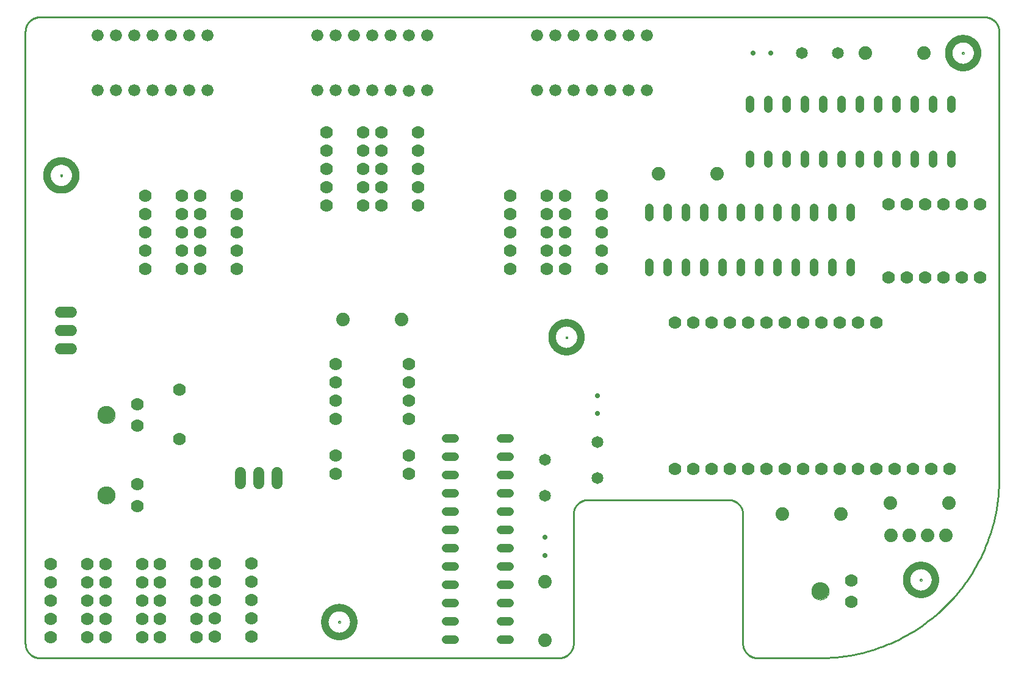
<source format=gts>
G75*
%MOIN*%
%OFA0B0*%
%FSLAX25Y25*%
%IPPOS*%
%LPD*%
%AMOC8*
5,1,8,0,0,1.08239X$1,22.5*
%
%ADD10C,0.03937*%
%ADD11C,0.00000*%
%ADD12C,0.01200*%
%ADD13C,0.01000*%
%ADD14C,0.07000*%
%ADD15C,0.06600*%
%ADD16C,0.04800*%
%ADD17C,0.06000*%
%ADD18C,0.09488*%
%ADD19C,0.02800*%
%ADD20C,0.07400*%
%ADD21C,0.06500*%
D10*
X0165132Y0021172D02*
X0165134Y0021365D01*
X0165141Y0021558D01*
X0165153Y0021751D01*
X0165170Y0021944D01*
X0165191Y0022136D01*
X0165217Y0022327D01*
X0165248Y0022518D01*
X0165283Y0022708D01*
X0165323Y0022897D01*
X0165368Y0023085D01*
X0165417Y0023272D01*
X0165471Y0023458D01*
X0165529Y0023642D01*
X0165592Y0023825D01*
X0165660Y0024006D01*
X0165731Y0024185D01*
X0165808Y0024363D01*
X0165888Y0024539D01*
X0165973Y0024712D01*
X0166062Y0024884D01*
X0166155Y0025053D01*
X0166252Y0025220D01*
X0166354Y0025385D01*
X0166459Y0025547D01*
X0166568Y0025706D01*
X0166682Y0025863D01*
X0166799Y0026016D01*
X0166919Y0026167D01*
X0167044Y0026315D01*
X0167172Y0026460D01*
X0167303Y0026601D01*
X0167438Y0026740D01*
X0167577Y0026875D01*
X0167718Y0027006D01*
X0167863Y0027134D01*
X0168011Y0027259D01*
X0168162Y0027379D01*
X0168315Y0027496D01*
X0168472Y0027610D01*
X0168631Y0027719D01*
X0168793Y0027824D01*
X0168958Y0027926D01*
X0169125Y0028023D01*
X0169294Y0028116D01*
X0169466Y0028205D01*
X0169639Y0028290D01*
X0169815Y0028370D01*
X0169993Y0028447D01*
X0170172Y0028518D01*
X0170353Y0028586D01*
X0170536Y0028649D01*
X0170720Y0028707D01*
X0170906Y0028761D01*
X0171093Y0028810D01*
X0171281Y0028855D01*
X0171470Y0028895D01*
X0171660Y0028930D01*
X0171851Y0028961D01*
X0172042Y0028987D01*
X0172234Y0029008D01*
X0172427Y0029025D01*
X0172620Y0029037D01*
X0172813Y0029044D01*
X0173006Y0029046D01*
X0173199Y0029044D01*
X0173392Y0029037D01*
X0173585Y0029025D01*
X0173778Y0029008D01*
X0173970Y0028987D01*
X0174161Y0028961D01*
X0174352Y0028930D01*
X0174542Y0028895D01*
X0174731Y0028855D01*
X0174919Y0028810D01*
X0175106Y0028761D01*
X0175292Y0028707D01*
X0175476Y0028649D01*
X0175659Y0028586D01*
X0175840Y0028518D01*
X0176019Y0028447D01*
X0176197Y0028370D01*
X0176373Y0028290D01*
X0176546Y0028205D01*
X0176718Y0028116D01*
X0176887Y0028023D01*
X0177054Y0027926D01*
X0177219Y0027824D01*
X0177381Y0027719D01*
X0177540Y0027610D01*
X0177697Y0027496D01*
X0177850Y0027379D01*
X0178001Y0027259D01*
X0178149Y0027134D01*
X0178294Y0027006D01*
X0178435Y0026875D01*
X0178574Y0026740D01*
X0178709Y0026601D01*
X0178840Y0026460D01*
X0178968Y0026315D01*
X0179093Y0026167D01*
X0179213Y0026016D01*
X0179330Y0025863D01*
X0179444Y0025706D01*
X0179553Y0025547D01*
X0179658Y0025385D01*
X0179760Y0025220D01*
X0179857Y0025053D01*
X0179950Y0024884D01*
X0180039Y0024712D01*
X0180124Y0024539D01*
X0180204Y0024363D01*
X0180281Y0024185D01*
X0180352Y0024006D01*
X0180420Y0023825D01*
X0180483Y0023642D01*
X0180541Y0023458D01*
X0180595Y0023272D01*
X0180644Y0023085D01*
X0180689Y0022897D01*
X0180729Y0022708D01*
X0180764Y0022518D01*
X0180795Y0022327D01*
X0180821Y0022136D01*
X0180842Y0021944D01*
X0180859Y0021751D01*
X0180871Y0021558D01*
X0180878Y0021365D01*
X0180880Y0021172D01*
X0180878Y0020979D01*
X0180871Y0020786D01*
X0180859Y0020593D01*
X0180842Y0020400D01*
X0180821Y0020208D01*
X0180795Y0020017D01*
X0180764Y0019826D01*
X0180729Y0019636D01*
X0180689Y0019447D01*
X0180644Y0019259D01*
X0180595Y0019072D01*
X0180541Y0018886D01*
X0180483Y0018702D01*
X0180420Y0018519D01*
X0180352Y0018338D01*
X0180281Y0018159D01*
X0180204Y0017981D01*
X0180124Y0017805D01*
X0180039Y0017632D01*
X0179950Y0017460D01*
X0179857Y0017291D01*
X0179760Y0017124D01*
X0179658Y0016959D01*
X0179553Y0016797D01*
X0179444Y0016638D01*
X0179330Y0016481D01*
X0179213Y0016328D01*
X0179093Y0016177D01*
X0178968Y0016029D01*
X0178840Y0015884D01*
X0178709Y0015743D01*
X0178574Y0015604D01*
X0178435Y0015469D01*
X0178294Y0015338D01*
X0178149Y0015210D01*
X0178001Y0015085D01*
X0177850Y0014965D01*
X0177697Y0014848D01*
X0177540Y0014734D01*
X0177381Y0014625D01*
X0177219Y0014520D01*
X0177054Y0014418D01*
X0176887Y0014321D01*
X0176718Y0014228D01*
X0176546Y0014139D01*
X0176373Y0014054D01*
X0176197Y0013974D01*
X0176019Y0013897D01*
X0175840Y0013826D01*
X0175659Y0013758D01*
X0175476Y0013695D01*
X0175292Y0013637D01*
X0175106Y0013583D01*
X0174919Y0013534D01*
X0174731Y0013489D01*
X0174542Y0013449D01*
X0174352Y0013414D01*
X0174161Y0013383D01*
X0173970Y0013357D01*
X0173778Y0013336D01*
X0173585Y0013319D01*
X0173392Y0013307D01*
X0173199Y0013300D01*
X0173006Y0013298D01*
X0172813Y0013300D01*
X0172620Y0013307D01*
X0172427Y0013319D01*
X0172234Y0013336D01*
X0172042Y0013357D01*
X0171851Y0013383D01*
X0171660Y0013414D01*
X0171470Y0013449D01*
X0171281Y0013489D01*
X0171093Y0013534D01*
X0170906Y0013583D01*
X0170720Y0013637D01*
X0170536Y0013695D01*
X0170353Y0013758D01*
X0170172Y0013826D01*
X0169993Y0013897D01*
X0169815Y0013974D01*
X0169639Y0014054D01*
X0169466Y0014139D01*
X0169294Y0014228D01*
X0169125Y0014321D01*
X0168958Y0014418D01*
X0168793Y0014520D01*
X0168631Y0014625D01*
X0168472Y0014734D01*
X0168315Y0014848D01*
X0168162Y0014965D01*
X0168011Y0015085D01*
X0167863Y0015210D01*
X0167718Y0015338D01*
X0167577Y0015469D01*
X0167438Y0015604D01*
X0167303Y0015743D01*
X0167172Y0015884D01*
X0167044Y0016029D01*
X0166919Y0016177D01*
X0166799Y0016328D01*
X0166682Y0016481D01*
X0166568Y0016638D01*
X0166459Y0016797D01*
X0166354Y0016959D01*
X0166252Y0017124D01*
X0166155Y0017291D01*
X0166062Y0017460D01*
X0165973Y0017632D01*
X0165888Y0017805D01*
X0165808Y0017981D01*
X0165731Y0018159D01*
X0165660Y0018338D01*
X0165592Y0018519D01*
X0165529Y0018702D01*
X0165471Y0018886D01*
X0165417Y0019072D01*
X0165368Y0019259D01*
X0165323Y0019447D01*
X0165283Y0019636D01*
X0165248Y0019826D01*
X0165217Y0020017D01*
X0165191Y0020208D01*
X0165170Y0020400D01*
X0165153Y0020593D01*
X0165141Y0020786D01*
X0165134Y0020979D01*
X0165132Y0021172D01*
X0289232Y0176872D02*
X0289234Y0177065D01*
X0289241Y0177258D01*
X0289253Y0177451D01*
X0289270Y0177644D01*
X0289291Y0177836D01*
X0289317Y0178027D01*
X0289348Y0178218D01*
X0289383Y0178408D01*
X0289423Y0178597D01*
X0289468Y0178785D01*
X0289517Y0178972D01*
X0289571Y0179158D01*
X0289629Y0179342D01*
X0289692Y0179525D01*
X0289760Y0179706D01*
X0289831Y0179885D01*
X0289908Y0180063D01*
X0289988Y0180239D01*
X0290073Y0180412D01*
X0290162Y0180584D01*
X0290255Y0180753D01*
X0290352Y0180920D01*
X0290454Y0181085D01*
X0290559Y0181247D01*
X0290668Y0181406D01*
X0290782Y0181563D01*
X0290899Y0181716D01*
X0291019Y0181867D01*
X0291144Y0182015D01*
X0291272Y0182160D01*
X0291403Y0182301D01*
X0291538Y0182440D01*
X0291677Y0182575D01*
X0291818Y0182706D01*
X0291963Y0182834D01*
X0292111Y0182959D01*
X0292262Y0183079D01*
X0292415Y0183196D01*
X0292572Y0183310D01*
X0292731Y0183419D01*
X0292893Y0183524D01*
X0293058Y0183626D01*
X0293225Y0183723D01*
X0293394Y0183816D01*
X0293566Y0183905D01*
X0293739Y0183990D01*
X0293915Y0184070D01*
X0294093Y0184147D01*
X0294272Y0184218D01*
X0294453Y0184286D01*
X0294636Y0184349D01*
X0294820Y0184407D01*
X0295006Y0184461D01*
X0295193Y0184510D01*
X0295381Y0184555D01*
X0295570Y0184595D01*
X0295760Y0184630D01*
X0295951Y0184661D01*
X0296142Y0184687D01*
X0296334Y0184708D01*
X0296527Y0184725D01*
X0296720Y0184737D01*
X0296913Y0184744D01*
X0297106Y0184746D01*
X0297299Y0184744D01*
X0297492Y0184737D01*
X0297685Y0184725D01*
X0297878Y0184708D01*
X0298070Y0184687D01*
X0298261Y0184661D01*
X0298452Y0184630D01*
X0298642Y0184595D01*
X0298831Y0184555D01*
X0299019Y0184510D01*
X0299206Y0184461D01*
X0299392Y0184407D01*
X0299576Y0184349D01*
X0299759Y0184286D01*
X0299940Y0184218D01*
X0300119Y0184147D01*
X0300297Y0184070D01*
X0300473Y0183990D01*
X0300646Y0183905D01*
X0300818Y0183816D01*
X0300987Y0183723D01*
X0301154Y0183626D01*
X0301319Y0183524D01*
X0301481Y0183419D01*
X0301640Y0183310D01*
X0301797Y0183196D01*
X0301950Y0183079D01*
X0302101Y0182959D01*
X0302249Y0182834D01*
X0302394Y0182706D01*
X0302535Y0182575D01*
X0302674Y0182440D01*
X0302809Y0182301D01*
X0302940Y0182160D01*
X0303068Y0182015D01*
X0303193Y0181867D01*
X0303313Y0181716D01*
X0303430Y0181563D01*
X0303544Y0181406D01*
X0303653Y0181247D01*
X0303758Y0181085D01*
X0303860Y0180920D01*
X0303957Y0180753D01*
X0304050Y0180584D01*
X0304139Y0180412D01*
X0304224Y0180239D01*
X0304304Y0180063D01*
X0304381Y0179885D01*
X0304452Y0179706D01*
X0304520Y0179525D01*
X0304583Y0179342D01*
X0304641Y0179158D01*
X0304695Y0178972D01*
X0304744Y0178785D01*
X0304789Y0178597D01*
X0304829Y0178408D01*
X0304864Y0178218D01*
X0304895Y0178027D01*
X0304921Y0177836D01*
X0304942Y0177644D01*
X0304959Y0177451D01*
X0304971Y0177258D01*
X0304978Y0177065D01*
X0304980Y0176872D01*
X0304978Y0176679D01*
X0304971Y0176486D01*
X0304959Y0176293D01*
X0304942Y0176100D01*
X0304921Y0175908D01*
X0304895Y0175717D01*
X0304864Y0175526D01*
X0304829Y0175336D01*
X0304789Y0175147D01*
X0304744Y0174959D01*
X0304695Y0174772D01*
X0304641Y0174586D01*
X0304583Y0174402D01*
X0304520Y0174219D01*
X0304452Y0174038D01*
X0304381Y0173859D01*
X0304304Y0173681D01*
X0304224Y0173505D01*
X0304139Y0173332D01*
X0304050Y0173160D01*
X0303957Y0172991D01*
X0303860Y0172824D01*
X0303758Y0172659D01*
X0303653Y0172497D01*
X0303544Y0172338D01*
X0303430Y0172181D01*
X0303313Y0172028D01*
X0303193Y0171877D01*
X0303068Y0171729D01*
X0302940Y0171584D01*
X0302809Y0171443D01*
X0302674Y0171304D01*
X0302535Y0171169D01*
X0302394Y0171038D01*
X0302249Y0170910D01*
X0302101Y0170785D01*
X0301950Y0170665D01*
X0301797Y0170548D01*
X0301640Y0170434D01*
X0301481Y0170325D01*
X0301319Y0170220D01*
X0301154Y0170118D01*
X0300987Y0170021D01*
X0300818Y0169928D01*
X0300646Y0169839D01*
X0300473Y0169754D01*
X0300297Y0169674D01*
X0300119Y0169597D01*
X0299940Y0169526D01*
X0299759Y0169458D01*
X0299576Y0169395D01*
X0299392Y0169337D01*
X0299206Y0169283D01*
X0299019Y0169234D01*
X0298831Y0169189D01*
X0298642Y0169149D01*
X0298452Y0169114D01*
X0298261Y0169083D01*
X0298070Y0169057D01*
X0297878Y0169036D01*
X0297685Y0169019D01*
X0297492Y0169007D01*
X0297299Y0169000D01*
X0297106Y0168998D01*
X0296913Y0169000D01*
X0296720Y0169007D01*
X0296527Y0169019D01*
X0296334Y0169036D01*
X0296142Y0169057D01*
X0295951Y0169083D01*
X0295760Y0169114D01*
X0295570Y0169149D01*
X0295381Y0169189D01*
X0295193Y0169234D01*
X0295006Y0169283D01*
X0294820Y0169337D01*
X0294636Y0169395D01*
X0294453Y0169458D01*
X0294272Y0169526D01*
X0294093Y0169597D01*
X0293915Y0169674D01*
X0293739Y0169754D01*
X0293566Y0169839D01*
X0293394Y0169928D01*
X0293225Y0170021D01*
X0293058Y0170118D01*
X0292893Y0170220D01*
X0292731Y0170325D01*
X0292572Y0170434D01*
X0292415Y0170548D01*
X0292262Y0170665D01*
X0292111Y0170785D01*
X0291963Y0170910D01*
X0291818Y0171038D01*
X0291677Y0171169D01*
X0291538Y0171304D01*
X0291403Y0171443D01*
X0291272Y0171584D01*
X0291144Y0171729D01*
X0291019Y0171877D01*
X0290899Y0172028D01*
X0290782Y0172181D01*
X0290668Y0172338D01*
X0290559Y0172497D01*
X0290454Y0172659D01*
X0290352Y0172824D01*
X0290255Y0172991D01*
X0290162Y0173160D01*
X0290073Y0173332D01*
X0289988Y0173505D01*
X0289908Y0173681D01*
X0289831Y0173859D01*
X0289760Y0174038D01*
X0289692Y0174219D01*
X0289629Y0174402D01*
X0289571Y0174586D01*
X0289517Y0174772D01*
X0289468Y0174959D01*
X0289423Y0175147D01*
X0289383Y0175336D01*
X0289348Y0175526D01*
X0289317Y0175717D01*
X0289291Y0175908D01*
X0289270Y0176100D01*
X0289253Y0176293D01*
X0289241Y0176486D01*
X0289234Y0176679D01*
X0289232Y0176872D01*
X0482870Y0044204D02*
X0482872Y0044397D01*
X0482879Y0044590D01*
X0482891Y0044783D01*
X0482908Y0044976D01*
X0482929Y0045168D01*
X0482955Y0045359D01*
X0482986Y0045550D01*
X0483021Y0045740D01*
X0483061Y0045929D01*
X0483106Y0046117D01*
X0483155Y0046304D01*
X0483209Y0046490D01*
X0483267Y0046674D01*
X0483330Y0046857D01*
X0483398Y0047038D01*
X0483469Y0047217D01*
X0483546Y0047395D01*
X0483626Y0047571D01*
X0483711Y0047744D01*
X0483800Y0047916D01*
X0483893Y0048085D01*
X0483990Y0048252D01*
X0484092Y0048417D01*
X0484197Y0048579D01*
X0484306Y0048738D01*
X0484420Y0048895D01*
X0484537Y0049048D01*
X0484657Y0049199D01*
X0484782Y0049347D01*
X0484910Y0049492D01*
X0485041Y0049633D01*
X0485176Y0049772D01*
X0485315Y0049907D01*
X0485456Y0050038D01*
X0485601Y0050166D01*
X0485749Y0050291D01*
X0485900Y0050411D01*
X0486053Y0050528D01*
X0486210Y0050642D01*
X0486369Y0050751D01*
X0486531Y0050856D01*
X0486696Y0050958D01*
X0486863Y0051055D01*
X0487032Y0051148D01*
X0487204Y0051237D01*
X0487377Y0051322D01*
X0487553Y0051402D01*
X0487731Y0051479D01*
X0487910Y0051550D01*
X0488091Y0051618D01*
X0488274Y0051681D01*
X0488458Y0051739D01*
X0488644Y0051793D01*
X0488831Y0051842D01*
X0489019Y0051887D01*
X0489208Y0051927D01*
X0489398Y0051962D01*
X0489589Y0051993D01*
X0489780Y0052019D01*
X0489972Y0052040D01*
X0490165Y0052057D01*
X0490358Y0052069D01*
X0490551Y0052076D01*
X0490744Y0052078D01*
X0490937Y0052076D01*
X0491130Y0052069D01*
X0491323Y0052057D01*
X0491516Y0052040D01*
X0491708Y0052019D01*
X0491899Y0051993D01*
X0492090Y0051962D01*
X0492280Y0051927D01*
X0492469Y0051887D01*
X0492657Y0051842D01*
X0492844Y0051793D01*
X0493030Y0051739D01*
X0493214Y0051681D01*
X0493397Y0051618D01*
X0493578Y0051550D01*
X0493757Y0051479D01*
X0493935Y0051402D01*
X0494111Y0051322D01*
X0494284Y0051237D01*
X0494456Y0051148D01*
X0494625Y0051055D01*
X0494792Y0050958D01*
X0494957Y0050856D01*
X0495119Y0050751D01*
X0495278Y0050642D01*
X0495435Y0050528D01*
X0495588Y0050411D01*
X0495739Y0050291D01*
X0495887Y0050166D01*
X0496032Y0050038D01*
X0496173Y0049907D01*
X0496312Y0049772D01*
X0496447Y0049633D01*
X0496578Y0049492D01*
X0496706Y0049347D01*
X0496831Y0049199D01*
X0496951Y0049048D01*
X0497068Y0048895D01*
X0497182Y0048738D01*
X0497291Y0048579D01*
X0497396Y0048417D01*
X0497498Y0048252D01*
X0497595Y0048085D01*
X0497688Y0047916D01*
X0497777Y0047744D01*
X0497862Y0047571D01*
X0497942Y0047395D01*
X0498019Y0047217D01*
X0498090Y0047038D01*
X0498158Y0046857D01*
X0498221Y0046674D01*
X0498279Y0046490D01*
X0498333Y0046304D01*
X0498382Y0046117D01*
X0498427Y0045929D01*
X0498467Y0045740D01*
X0498502Y0045550D01*
X0498533Y0045359D01*
X0498559Y0045168D01*
X0498580Y0044976D01*
X0498597Y0044783D01*
X0498609Y0044590D01*
X0498616Y0044397D01*
X0498618Y0044204D01*
X0498616Y0044011D01*
X0498609Y0043818D01*
X0498597Y0043625D01*
X0498580Y0043432D01*
X0498559Y0043240D01*
X0498533Y0043049D01*
X0498502Y0042858D01*
X0498467Y0042668D01*
X0498427Y0042479D01*
X0498382Y0042291D01*
X0498333Y0042104D01*
X0498279Y0041918D01*
X0498221Y0041734D01*
X0498158Y0041551D01*
X0498090Y0041370D01*
X0498019Y0041191D01*
X0497942Y0041013D01*
X0497862Y0040837D01*
X0497777Y0040664D01*
X0497688Y0040492D01*
X0497595Y0040323D01*
X0497498Y0040156D01*
X0497396Y0039991D01*
X0497291Y0039829D01*
X0497182Y0039670D01*
X0497068Y0039513D01*
X0496951Y0039360D01*
X0496831Y0039209D01*
X0496706Y0039061D01*
X0496578Y0038916D01*
X0496447Y0038775D01*
X0496312Y0038636D01*
X0496173Y0038501D01*
X0496032Y0038370D01*
X0495887Y0038242D01*
X0495739Y0038117D01*
X0495588Y0037997D01*
X0495435Y0037880D01*
X0495278Y0037766D01*
X0495119Y0037657D01*
X0494957Y0037552D01*
X0494792Y0037450D01*
X0494625Y0037353D01*
X0494456Y0037260D01*
X0494284Y0037171D01*
X0494111Y0037086D01*
X0493935Y0037006D01*
X0493757Y0036929D01*
X0493578Y0036858D01*
X0493397Y0036790D01*
X0493214Y0036727D01*
X0493030Y0036669D01*
X0492844Y0036615D01*
X0492657Y0036566D01*
X0492469Y0036521D01*
X0492280Y0036481D01*
X0492090Y0036446D01*
X0491899Y0036415D01*
X0491708Y0036389D01*
X0491516Y0036368D01*
X0491323Y0036351D01*
X0491130Y0036339D01*
X0490937Y0036332D01*
X0490744Y0036330D01*
X0490551Y0036332D01*
X0490358Y0036339D01*
X0490165Y0036351D01*
X0489972Y0036368D01*
X0489780Y0036389D01*
X0489589Y0036415D01*
X0489398Y0036446D01*
X0489208Y0036481D01*
X0489019Y0036521D01*
X0488831Y0036566D01*
X0488644Y0036615D01*
X0488458Y0036669D01*
X0488274Y0036727D01*
X0488091Y0036790D01*
X0487910Y0036858D01*
X0487731Y0036929D01*
X0487553Y0037006D01*
X0487377Y0037086D01*
X0487204Y0037171D01*
X0487032Y0037260D01*
X0486863Y0037353D01*
X0486696Y0037450D01*
X0486531Y0037552D01*
X0486369Y0037657D01*
X0486210Y0037766D01*
X0486053Y0037880D01*
X0485900Y0037997D01*
X0485749Y0038117D01*
X0485601Y0038242D01*
X0485456Y0038370D01*
X0485315Y0038501D01*
X0485176Y0038636D01*
X0485041Y0038775D01*
X0484910Y0038916D01*
X0484782Y0039061D01*
X0484657Y0039209D01*
X0484537Y0039360D01*
X0484420Y0039513D01*
X0484306Y0039670D01*
X0484197Y0039829D01*
X0484092Y0039991D01*
X0483990Y0040156D01*
X0483893Y0040323D01*
X0483800Y0040492D01*
X0483711Y0040664D01*
X0483626Y0040837D01*
X0483546Y0041013D01*
X0483469Y0041191D01*
X0483398Y0041370D01*
X0483330Y0041551D01*
X0483267Y0041734D01*
X0483209Y0041918D01*
X0483155Y0042104D01*
X0483106Y0042291D01*
X0483061Y0042479D01*
X0483021Y0042668D01*
X0482986Y0042858D01*
X0482955Y0043049D01*
X0482929Y0043240D01*
X0482908Y0043432D01*
X0482891Y0043625D01*
X0482879Y0043818D01*
X0482872Y0044011D01*
X0482870Y0044204D01*
X0505883Y0332188D02*
X0505885Y0332381D01*
X0505892Y0332574D01*
X0505904Y0332767D01*
X0505921Y0332960D01*
X0505942Y0333152D01*
X0505968Y0333343D01*
X0505999Y0333534D01*
X0506034Y0333724D01*
X0506074Y0333913D01*
X0506119Y0334101D01*
X0506168Y0334288D01*
X0506222Y0334474D01*
X0506280Y0334658D01*
X0506343Y0334841D01*
X0506411Y0335022D01*
X0506482Y0335201D01*
X0506559Y0335379D01*
X0506639Y0335555D01*
X0506724Y0335728D01*
X0506813Y0335900D01*
X0506906Y0336069D01*
X0507003Y0336236D01*
X0507105Y0336401D01*
X0507210Y0336563D01*
X0507319Y0336722D01*
X0507433Y0336879D01*
X0507550Y0337032D01*
X0507670Y0337183D01*
X0507795Y0337331D01*
X0507923Y0337476D01*
X0508054Y0337617D01*
X0508189Y0337756D01*
X0508328Y0337891D01*
X0508469Y0338022D01*
X0508614Y0338150D01*
X0508762Y0338275D01*
X0508913Y0338395D01*
X0509066Y0338512D01*
X0509223Y0338626D01*
X0509382Y0338735D01*
X0509544Y0338840D01*
X0509709Y0338942D01*
X0509876Y0339039D01*
X0510045Y0339132D01*
X0510217Y0339221D01*
X0510390Y0339306D01*
X0510566Y0339386D01*
X0510744Y0339463D01*
X0510923Y0339534D01*
X0511104Y0339602D01*
X0511287Y0339665D01*
X0511471Y0339723D01*
X0511657Y0339777D01*
X0511844Y0339826D01*
X0512032Y0339871D01*
X0512221Y0339911D01*
X0512411Y0339946D01*
X0512602Y0339977D01*
X0512793Y0340003D01*
X0512985Y0340024D01*
X0513178Y0340041D01*
X0513371Y0340053D01*
X0513564Y0340060D01*
X0513757Y0340062D01*
X0513950Y0340060D01*
X0514143Y0340053D01*
X0514336Y0340041D01*
X0514529Y0340024D01*
X0514721Y0340003D01*
X0514912Y0339977D01*
X0515103Y0339946D01*
X0515293Y0339911D01*
X0515482Y0339871D01*
X0515670Y0339826D01*
X0515857Y0339777D01*
X0516043Y0339723D01*
X0516227Y0339665D01*
X0516410Y0339602D01*
X0516591Y0339534D01*
X0516770Y0339463D01*
X0516948Y0339386D01*
X0517124Y0339306D01*
X0517297Y0339221D01*
X0517469Y0339132D01*
X0517638Y0339039D01*
X0517805Y0338942D01*
X0517970Y0338840D01*
X0518132Y0338735D01*
X0518291Y0338626D01*
X0518448Y0338512D01*
X0518601Y0338395D01*
X0518752Y0338275D01*
X0518900Y0338150D01*
X0519045Y0338022D01*
X0519186Y0337891D01*
X0519325Y0337756D01*
X0519460Y0337617D01*
X0519591Y0337476D01*
X0519719Y0337331D01*
X0519844Y0337183D01*
X0519964Y0337032D01*
X0520081Y0336879D01*
X0520195Y0336722D01*
X0520304Y0336563D01*
X0520409Y0336401D01*
X0520511Y0336236D01*
X0520608Y0336069D01*
X0520701Y0335900D01*
X0520790Y0335728D01*
X0520875Y0335555D01*
X0520955Y0335379D01*
X0521032Y0335201D01*
X0521103Y0335022D01*
X0521171Y0334841D01*
X0521234Y0334658D01*
X0521292Y0334474D01*
X0521346Y0334288D01*
X0521395Y0334101D01*
X0521440Y0333913D01*
X0521480Y0333724D01*
X0521515Y0333534D01*
X0521546Y0333343D01*
X0521572Y0333152D01*
X0521593Y0332960D01*
X0521610Y0332767D01*
X0521622Y0332574D01*
X0521629Y0332381D01*
X0521631Y0332188D01*
X0521629Y0331995D01*
X0521622Y0331802D01*
X0521610Y0331609D01*
X0521593Y0331416D01*
X0521572Y0331224D01*
X0521546Y0331033D01*
X0521515Y0330842D01*
X0521480Y0330652D01*
X0521440Y0330463D01*
X0521395Y0330275D01*
X0521346Y0330088D01*
X0521292Y0329902D01*
X0521234Y0329718D01*
X0521171Y0329535D01*
X0521103Y0329354D01*
X0521032Y0329175D01*
X0520955Y0328997D01*
X0520875Y0328821D01*
X0520790Y0328648D01*
X0520701Y0328476D01*
X0520608Y0328307D01*
X0520511Y0328140D01*
X0520409Y0327975D01*
X0520304Y0327813D01*
X0520195Y0327654D01*
X0520081Y0327497D01*
X0519964Y0327344D01*
X0519844Y0327193D01*
X0519719Y0327045D01*
X0519591Y0326900D01*
X0519460Y0326759D01*
X0519325Y0326620D01*
X0519186Y0326485D01*
X0519045Y0326354D01*
X0518900Y0326226D01*
X0518752Y0326101D01*
X0518601Y0325981D01*
X0518448Y0325864D01*
X0518291Y0325750D01*
X0518132Y0325641D01*
X0517970Y0325536D01*
X0517805Y0325434D01*
X0517638Y0325337D01*
X0517469Y0325244D01*
X0517297Y0325155D01*
X0517124Y0325070D01*
X0516948Y0324990D01*
X0516770Y0324913D01*
X0516591Y0324842D01*
X0516410Y0324774D01*
X0516227Y0324711D01*
X0516043Y0324653D01*
X0515857Y0324599D01*
X0515670Y0324550D01*
X0515482Y0324505D01*
X0515293Y0324465D01*
X0515103Y0324430D01*
X0514912Y0324399D01*
X0514721Y0324373D01*
X0514529Y0324352D01*
X0514336Y0324335D01*
X0514143Y0324323D01*
X0513950Y0324316D01*
X0513757Y0324314D01*
X0513564Y0324316D01*
X0513371Y0324323D01*
X0513178Y0324335D01*
X0512985Y0324352D01*
X0512793Y0324373D01*
X0512602Y0324399D01*
X0512411Y0324430D01*
X0512221Y0324465D01*
X0512032Y0324505D01*
X0511844Y0324550D01*
X0511657Y0324599D01*
X0511471Y0324653D01*
X0511287Y0324711D01*
X0511104Y0324774D01*
X0510923Y0324842D01*
X0510744Y0324913D01*
X0510566Y0324990D01*
X0510390Y0325070D01*
X0510217Y0325155D01*
X0510045Y0325244D01*
X0509876Y0325337D01*
X0509709Y0325434D01*
X0509544Y0325536D01*
X0509382Y0325641D01*
X0509223Y0325750D01*
X0509066Y0325864D01*
X0508913Y0325981D01*
X0508762Y0326101D01*
X0508614Y0326226D01*
X0508469Y0326354D01*
X0508328Y0326485D01*
X0508189Y0326620D01*
X0508054Y0326759D01*
X0507923Y0326900D01*
X0507795Y0327045D01*
X0507670Y0327193D01*
X0507550Y0327344D01*
X0507433Y0327497D01*
X0507319Y0327654D01*
X0507210Y0327813D01*
X0507105Y0327975D01*
X0507003Y0328140D01*
X0506906Y0328307D01*
X0506813Y0328476D01*
X0506724Y0328648D01*
X0506639Y0328821D01*
X0506559Y0328997D01*
X0506482Y0329175D01*
X0506411Y0329354D01*
X0506343Y0329535D01*
X0506280Y0329718D01*
X0506222Y0329902D01*
X0506168Y0330088D01*
X0506119Y0330275D01*
X0506074Y0330463D01*
X0506034Y0330652D01*
X0505999Y0330842D01*
X0505968Y0331033D01*
X0505942Y0331224D01*
X0505921Y0331416D01*
X0505904Y0331609D01*
X0505892Y0331802D01*
X0505885Y0331995D01*
X0505883Y0332188D01*
X0013304Y0265297D02*
X0013306Y0265490D01*
X0013313Y0265683D01*
X0013325Y0265876D01*
X0013342Y0266069D01*
X0013363Y0266261D01*
X0013389Y0266452D01*
X0013420Y0266643D01*
X0013455Y0266833D01*
X0013495Y0267022D01*
X0013540Y0267210D01*
X0013589Y0267397D01*
X0013643Y0267583D01*
X0013701Y0267767D01*
X0013764Y0267950D01*
X0013832Y0268131D01*
X0013903Y0268310D01*
X0013980Y0268488D01*
X0014060Y0268664D01*
X0014145Y0268837D01*
X0014234Y0269009D01*
X0014327Y0269178D01*
X0014424Y0269345D01*
X0014526Y0269510D01*
X0014631Y0269672D01*
X0014740Y0269831D01*
X0014854Y0269988D01*
X0014971Y0270141D01*
X0015091Y0270292D01*
X0015216Y0270440D01*
X0015344Y0270585D01*
X0015475Y0270726D01*
X0015610Y0270865D01*
X0015749Y0271000D01*
X0015890Y0271131D01*
X0016035Y0271259D01*
X0016183Y0271384D01*
X0016334Y0271504D01*
X0016487Y0271621D01*
X0016644Y0271735D01*
X0016803Y0271844D01*
X0016965Y0271949D01*
X0017130Y0272051D01*
X0017297Y0272148D01*
X0017466Y0272241D01*
X0017638Y0272330D01*
X0017811Y0272415D01*
X0017987Y0272495D01*
X0018165Y0272572D01*
X0018344Y0272643D01*
X0018525Y0272711D01*
X0018708Y0272774D01*
X0018892Y0272832D01*
X0019078Y0272886D01*
X0019265Y0272935D01*
X0019453Y0272980D01*
X0019642Y0273020D01*
X0019832Y0273055D01*
X0020023Y0273086D01*
X0020214Y0273112D01*
X0020406Y0273133D01*
X0020599Y0273150D01*
X0020792Y0273162D01*
X0020985Y0273169D01*
X0021178Y0273171D01*
X0021371Y0273169D01*
X0021564Y0273162D01*
X0021757Y0273150D01*
X0021950Y0273133D01*
X0022142Y0273112D01*
X0022333Y0273086D01*
X0022524Y0273055D01*
X0022714Y0273020D01*
X0022903Y0272980D01*
X0023091Y0272935D01*
X0023278Y0272886D01*
X0023464Y0272832D01*
X0023648Y0272774D01*
X0023831Y0272711D01*
X0024012Y0272643D01*
X0024191Y0272572D01*
X0024369Y0272495D01*
X0024545Y0272415D01*
X0024718Y0272330D01*
X0024890Y0272241D01*
X0025059Y0272148D01*
X0025226Y0272051D01*
X0025391Y0271949D01*
X0025553Y0271844D01*
X0025712Y0271735D01*
X0025869Y0271621D01*
X0026022Y0271504D01*
X0026173Y0271384D01*
X0026321Y0271259D01*
X0026466Y0271131D01*
X0026607Y0271000D01*
X0026746Y0270865D01*
X0026881Y0270726D01*
X0027012Y0270585D01*
X0027140Y0270440D01*
X0027265Y0270292D01*
X0027385Y0270141D01*
X0027502Y0269988D01*
X0027616Y0269831D01*
X0027725Y0269672D01*
X0027830Y0269510D01*
X0027932Y0269345D01*
X0028029Y0269178D01*
X0028122Y0269009D01*
X0028211Y0268837D01*
X0028296Y0268664D01*
X0028376Y0268488D01*
X0028453Y0268310D01*
X0028524Y0268131D01*
X0028592Y0267950D01*
X0028655Y0267767D01*
X0028713Y0267583D01*
X0028767Y0267397D01*
X0028816Y0267210D01*
X0028861Y0267022D01*
X0028901Y0266833D01*
X0028936Y0266643D01*
X0028967Y0266452D01*
X0028993Y0266261D01*
X0029014Y0266069D01*
X0029031Y0265876D01*
X0029043Y0265683D01*
X0029050Y0265490D01*
X0029052Y0265297D01*
X0029050Y0265104D01*
X0029043Y0264911D01*
X0029031Y0264718D01*
X0029014Y0264525D01*
X0028993Y0264333D01*
X0028967Y0264142D01*
X0028936Y0263951D01*
X0028901Y0263761D01*
X0028861Y0263572D01*
X0028816Y0263384D01*
X0028767Y0263197D01*
X0028713Y0263011D01*
X0028655Y0262827D01*
X0028592Y0262644D01*
X0028524Y0262463D01*
X0028453Y0262284D01*
X0028376Y0262106D01*
X0028296Y0261930D01*
X0028211Y0261757D01*
X0028122Y0261585D01*
X0028029Y0261416D01*
X0027932Y0261249D01*
X0027830Y0261084D01*
X0027725Y0260922D01*
X0027616Y0260763D01*
X0027502Y0260606D01*
X0027385Y0260453D01*
X0027265Y0260302D01*
X0027140Y0260154D01*
X0027012Y0260009D01*
X0026881Y0259868D01*
X0026746Y0259729D01*
X0026607Y0259594D01*
X0026466Y0259463D01*
X0026321Y0259335D01*
X0026173Y0259210D01*
X0026022Y0259090D01*
X0025869Y0258973D01*
X0025712Y0258859D01*
X0025553Y0258750D01*
X0025391Y0258645D01*
X0025226Y0258543D01*
X0025059Y0258446D01*
X0024890Y0258353D01*
X0024718Y0258264D01*
X0024545Y0258179D01*
X0024369Y0258099D01*
X0024191Y0258022D01*
X0024012Y0257951D01*
X0023831Y0257883D01*
X0023648Y0257820D01*
X0023464Y0257762D01*
X0023278Y0257708D01*
X0023091Y0257659D01*
X0022903Y0257614D01*
X0022714Y0257574D01*
X0022524Y0257539D01*
X0022333Y0257508D01*
X0022142Y0257482D01*
X0021950Y0257461D01*
X0021757Y0257444D01*
X0021564Y0257432D01*
X0021371Y0257425D01*
X0021178Y0257423D01*
X0020985Y0257425D01*
X0020792Y0257432D01*
X0020599Y0257444D01*
X0020406Y0257461D01*
X0020214Y0257482D01*
X0020023Y0257508D01*
X0019832Y0257539D01*
X0019642Y0257574D01*
X0019453Y0257614D01*
X0019265Y0257659D01*
X0019078Y0257708D01*
X0018892Y0257762D01*
X0018708Y0257820D01*
X0018525Y0257883D01*
X0018344Y0257951D01*
X0018165Y0258022D01*
X0017987Y0258099D01*
X0017811Y0258179D01*
X0017638Y0258264D01*
X0017466Y0258353D01*
X0017297Y0258446D01*
X0017130Y0258543D01*
X0016965Y0258645D01*
X0016803Y0258750D01*
X0016644Y0258859D01*
X0016487Y0258973D01*
X0016334Y0259090D01*
X0016183Y0259210D01*
X0016035Y0259335D01*
X0015890Y0259463D01*
X0015749Y0259594D01*
X0015610Y0259729D01*
X0015475Y0259868D01*
X0015344Y0260009D01*
X0015216Y0260154D01*
X0015091Y0260302D01*
X0014971Y0260453D01*
X0014854Y0260606D01*
X0014740Y0260763D01*
X0014631Y0260922D01*
X0014526Y0261084D01*
X0014424Y0261249D01*
X0014327Y0261416D01*
X0014234Y0261585D01*
X0014145Y0261757D01*
X0014060Y0261930D01*
X0013980Y0262106D01*
X0013903Y0262284D01*
X0013832Y0262463D01*
X0013764Y0262644D01*
X0013701Y0262827D01*
X0013643Y0263011D01*
X0013589Y0263197D01*
X0013540Y0263384D01*
X0013495Y0263572D01*
X0013455Y0263761D01*
X0013420Y0263951D01*
X0013389Y0264142D01*
X0013363Y0264333D01*
X0013342Y0264525D01*
X0013325Y0264718D01*
X0013313Y0264911D01*
X0013306Y0265104D01*
X0013304Y0265297D01*
D11*
X0020585Y0265280D02*
X0020587Y0265329D01*
X0020593Y0265377D01*
X0020603Y0265425D01*
X0020617Y0265472D01*
X0020634Y0265518D01*
X0020655Y0265562D01*
X0020680Y0265604D01*
X0020708Y0265644D01*
X0020740Y0265682D01*
X0020774Y0265717D01*
X0020811Y0265749D01*
X0020850Y0265778D01*
X0020892Y0265804D01*
X0020936Y0265826D01*
X0020981Y0265844D01*
X0021028Y0265859D01*
X0021075Y0265870D01*
X0021124Y0265877D01*
X0021173Y0265880D01*
X0021222Y0265879D01*
X0021270Y0265874D01*
X0021319Y0265865D01*
X0021366Y0265852D01*
X0021412Y0265835D01*
X0021456Y0265815D01*
X0021499Y0265791D01*
X0021540Y0265764D01*
X0021578Y0265733D01*
X0021614Y0265700D01*
X0021646Y0265664D01*
X0021676Y0265625D01*
X0021703Y0265584D01*
X0021726Y0265540D01*
X0021745Y0265495D01*
X0021761Y0265449D01*
X0021773Y0265402D01*
X0021781Y0265353D01*
X0021785Y0265304D01*
X0021785Y0265256D01*
X0021781Y0265207D01*
X0021773Y0265158D01*
X0021761Y0265111D01*
X0021745Y0265065D01*
X0021726Y0265020D01*
X0021703Y0264976D01*
X0021676Y0264935D01*
X0021646Y0264896D01*
X0021614Y0264860D01*
X0021578Y0264827D01*
X0021540Y0264796D01*
X0021499Y0264769D01*
X0021456Y0264745D01*
X0021412Y0264725D01*
X0021366Y0264708D01*
X0021319Y0264695D01*
X0021270Y0264686D01*
X0021222Y0264681D01*
X0021173Y0264680D01*
X0021124Y0264683D01*
X0021075Y0264690D01*
X0021028Y0264701D01*
X0020981Y0264716D01*
X0020936Y0264734D01*
X0020892Y0264756D01*
X0020850Y0264782D01*
X0020811Y0264811D01*
X0020774Y0264843D01*
X0020740Y0264878D01*
X0020708Y0264916D01*
X0020680Y0264956D01*
X0020655Y0264998D01*
X0020634Y0265042D01*
X0020617Y0265088D01*
X0020603Y0265135D01*
X0020593Y0265183D01*
X0020587Y0265231D01*
X0020585Y0265280D01*
X0040914Y0134457D02*
X0040916Y0134594D01*
X0040922Y0134732D01*
X0040932Y0134869D01*
X0040946Y0135005D01*
X0040964Y0135141D01*
X0040985Y0135277D01*
X0041011Y0135412D01*
X0041041Y0135546D01*
X0041074Y0135679D01*
X0041111Y0135812D01*
X0041153Y0135943D01*
X0041197Y0136072D01*
X0041246Y0136201D01*
X0041298Y0136328D01*
X0041354Y0136453D01*
X0041414Y0136577D01*
X0041477Y0136699D01*
X0041544Y0136819D01*
X0041614Y0136937D01*
X0041687Y0137053D01*
X0041764Y0137167D01*
X0041844Y0137279D01*
X0041928Y0137388D01*
X0042014Y0137495D01*
X0042104Y0137599D01*
X0042196Y0137700D01*
X0042291Y0137799D01*
X0042390Y0137895D01*
X0042490Y0137989D01*
X0042594Y0138079D01*
X0042700Y0138166D01*
X0042809Y0138250D01*
X0042920Y0138331D01*
X0043033Y0138409D01*
X0043149Y0138483D01*
X0043266Y0138554D01*
X0043386Y0138621D01*
X0043507Y0138685D01*
X0043631Y0138746D01*
X0043756Y0138803D01*
X0043882Y0138856D01*
X0044010Y0138906D01*
X0044140Y0138952D01*
X0044271Y0138994D01*
X0044403Y0139032D01*
X0044536Y0139066D01*
X0044669Y0139097D01*
X0044804Y0139124D01*
X0044940Y0139146D01*
X0045076Y0139165D01*
X0045212Y0139180D01*
X0045349Y0139191D01*
X0045486Y0139198D01*
X0045624Y0139201D01*
X0045761Y0139200D01*
X0045898Y0139195D01*
X0046035Y0139186D01*
X0046172Y0139173D01*
X0046308Y0139156D01*
X0046444Y0139135D01*
X0046579Y0139111D01*
X0046714Y0139082D01*
X0046847Y0139050D01*
X0046980Y0139013D01*
X0047111Y0138973D01*
X0047241Y0138929D01*
X0047370Y0138881D01*
X0047497Y0138830D01*
X0047623Y0138775D01*
X0047747Y0138716D01*
X0047870Y0138654D01*
X0047990Y0138588D01*
X0048109Y0138519D01*
X0048225Y0138446D01*
X0048340Y0138370D01*
X0048452Y0138291D01*
X0048562Y0138208D01*
X0048669Y0138123D01*
X0048774Y0138034D01*
X0048876Y0137942D01*
X0048976Y0137848D01*
X0049073Y0137750D01*
X0049167Y0137650D01*
X0049258Y0137547D01*
X0049346Y0137442D01*
X0049430Y0137334D01*
X0049512Y0137223D01*
X0049591Y0137110D01*
X0049666Y0136995D01*
X0049738Y0136878D01*
X0049806Y0136759D01*
X0049871Y0136638D01*
X0049932Y0136515D01*
X0049990Y0136391D01*
X0050044Y0136265D01*
X0050095Y0136137D01*
X0050141Y0136008D01*
X0050184Y0135877D01*
X0050224Y0135746D01*
X0050259Y0135613D01*
X0050291Y0135479D01*
X0050318Y0135345D01*
X0050342Y0135209D01*
X0050362Y0135073D01*
X0050378Y0134937D01*
X0050390Y0134800D01*
X0050398Y0134663D01*
X0050402Y0134526D01*
X0050402Y0134388D01*
X0050398Y0134251D01*
X0050390Y0134114D01*
X0050378Y0133977D01*
X0050362Y0133841D01*
X0050342Y0133705D01*
X0050318Y0133569D01*
X0050291Y0133435D01*
X0050259Y0133301D01*
X0050224Y0133168D01*
X0050184Y0133037D01*
X0050141Y0132906D01*
X0050095Y0132777D01*
X0050044Y0132649D01*
X0049990Y0132523D01*
X0049932Y0132399D01*
X0049871Y0132276D01*
X0049806Y0132155D01*
X0049738Y0132036D01*
X0049666Y0131919D01*
X0049591Y0131804D01*
X0049512Y0131691D01*
X0049430Y0131580D01*
X0049346Y0131472D01*
X0049258Y0131367D01*
X0049167Y0131264D01*
X0049073Y0131164D01*
X0048976Y0131066D01*
X0048876Y0130972D01*
X0048774Y0130880D01*
X0048669Y0130791D01*
X0048562Y0130706D01*
X0048452Y0130623D01*
X0048340Y0130544D01*
X0048225Y0130468D01*
X0048109Y0130395D01*
X0047990Y0130326D01*
X0047870Y0130260D01*
X0047747Y0130198D01*
X0047623Y0130139D01*
X0047497Y0130084D01*
X0047370Y0130033D01*
X0047241Y0129985D01*
X0047111Y0129941D01*
X0046980Y0129901D01*
X0046847Y0129864D01*
X0046714Y0129832D01*
X0046579Y0129803D01*
X0046444Y0129779D01*
X0046308Y0129758D01*
X0046172Y0129741D01*
X0046035Y0129728D01*
X0045898Y0129719D01*
X0045761Y0129714D01*
X0045624Y0129713D01*
X0045486Y0129716D01*
X0045349Y0129723D01*
X0045212Y0129734D01*
X0045076Y0129749D01*
X0044940Y0129768D01*
X0044804Y0129790D01*
X0044669Y0129817D01*
X0044536Y0129848D01*
X0044403Y0129882D01*
X0044271Y0129920D01*
X0044140Y0129962D01*
X0044010Y0130008D01*
X0043882Y0130058D01*
X0043756Y0130111D01*
X0043631Y0130168D01*
X0043507Y0130229D01*
X0043386Y0130293D01*
X0043266Y0130360D01*
X0043149Y0130431D01*
X0043033Y0130505D01*
X0042920Y0130583D01*
X0042809Y0130664D01*
X0042700Y0130748D01*
X0042594Y0130835D01*
X0042490Y0130925D01*
X0042390Y0131019D01*
X0042291Y0131115D01*
X0042196Y0131214D01*
X0042104Y0131315D01*
X0042014Y0131419D01*
X0041928Y0131526D01*
X0041844Y0131635D01*
X0041764Y0131747D01*
X0041687Y0131861D01*
X0041614Y0131977D01*
X0041544Y0132095D01*
X0041477Y0132215D01*
X0041414Y0132337D01*
X0041354Y0132461D01*
X0041298Y0132586D01*
X0041246Y0132713D01*
X0041197Y0132842D01*
X0041153Y0132971D01*
X0041111Y0133102D01*
X0041074Y0133235D01*
X0041041Y0133368D01*
X0041011Y0133502D01*
X0040985Y0133637D01*
X0040964Y0133773D01*
X0040946Y0133909D01*
X0040932Y0134045D01*
X0040922Y0134182D01*
X0040916Y0134320D01*
X0040914Y0134457D01*
X0040890Y0090550D02*
X0040892Y0090687D01*
X0040898Y0090825D01*
X0040908Y0090962D01*
X0040922Y0091098D01*
X0040940Y0091234D01*
X0040961Y0091370D01*
X0040987Y0091505D01*
X0041017Y0091639D01*
X0041050Y0091772D01*
X0041087Y0091905D01*
X0041129Y0092036D01*
X0041173Y0092165D01*
X0041222Y0092294D01*
X0041274Y0092421D01*
X0041330Y0092546D01*
X0041390Y0092670D01*
X0041453Y0092792D01*
X0041520Y0092912D01*
X0041590Y0093030D01*
X0041663Y0093146D01*
X0041740Y0093260D01*
X0041820Y0093372D01*
X0041904Y0093481D01*
X0041990Y0093588D01*
X0042080Y0093692D01*
X0042172Y0093793D01*
X0042267Y0093892D01*
X0042366Y0093988D01*
X0042466Y0094082D01*
X0042570Y0094172D01*
X0042676Y0094259D01*
X0042785Y0094343D01*
X0042896Y0094424D01*
X0043009Y0094502D01*
X0043125Y0094576D01*
X0043242Y0094647D01*
X0043362Y0094714D01*
X0043483Y0094778D01*
X0043607Y0094839D01*
X0043732Y0094896D01*
X0043858Y0094949D01*
X0043986Y0094999D01*
X0044116Y0095045D01*
X0044247Y0095087D01*
X0044379Y0095125D01*
X0044512Y0095159D01*
X0044645Y0095190D01*
X0044780Y0095217D01*
X0044916Y0095239D01*
X0045052Y0095258D01*
X0045188Y0095273D01*
X0045325Y0095284D01*
X0045462Y0095291D01*
X0045600Y0095294D01*
X0045737Y0095293D01*
X0045874Y0095288D01*
X0046011Y0095279D01*
X0046148Y0095266D01*
X0046284Y0095249D01*
X0046420Y0095228D01*
X0046555Y0095204D01*
X0046690Y0095175D01*
X0046823Y0095143D01*
X0046956Y0095106D01*
X0047087Y0095066D01*
X0047217Y0095022D01*
X0047346Y0094974D01*
X0047473Y0094923D01*
X0047599Y0094868D01*
X0047723Y0094809D01*
X0047846Y0094747D01*
X0047966Y0094681D01*
X0048085Y0094612D01*
X0048201Y0094539D01*
X0048316Y0094463D01*
X0048428Y0094384D01*
X0048538Y0094301D01*
X0048645Y0094216D01*
X0048750Y0094127D01*
X0048852Y0094035D01*
X0048952Y0093941D01*
X0049049Y0093843D01*
X0049143Y0093743D01*
X0049234Y0093640D01*
X0049322Y0093535D01*
X0049406Y0093427D01*
X0049488Y0093316D01*
X0049567Y0093203D01*
X0049642Y0093088D01*
X0049714Y0092971D01*
X0049782Y0092852D01*
X0049847Y0092731D01*
X0049908Y0092608D01*
X0049966Y0092484D01*
X0050020Y0092358D01*
X0050071Y0092230D01*
X0050117Y0092101D01*
X0050160Y0091970D01*
X0050200Y0091839D01*
X0050235Y0091706D01*
X0050267Y0091572D01*
X0050294Y0091438D01*
X0050318Y0091302D01*
X0050338Y0091166D01*
X0050354Y0091030D01*
X0050366Y0090893D01*
X0050374Y0090756D01*
X0050378Y0090619D01*
X0050378Y0090481D01*
X0050374Y0090344D01*
X0050366Y0090207D01*
X0050354Y0090070D01*
X0050338Y0089934D01*
X0050318Y0089798D01*
X0050294Y0089662D01*
X0050267Y0089528D01*
X0050235Y0089394D01*
X0050200Y0089261D01*
X0050160Y0089130D01*
X0050117Y0088999D01*
X0050071Y0088870D01*
X0050020Y0088742D01*
X0049966Y0088616D01*
X0049908Y0088492D01*
X0049847Y0088369D01*
X0049782Y0088248D01*
X0049714Y0088129D01*
X0049642Y0088012D01*
X0049567Y0087897D01*
X0049488Y0087784D01*
X0049406Y0087673D01*
X0049322Y0087565D01*
X0049234Y0087460D01*
X0049143Y0087357D01*
X0049049Y0087257D01*
X0048952Y0087159D01*
X0048852Y0087065D01*
X0048750Y0086973D01*
X0048645Y0086884D01*
X0048538Y0086799D01*
X0048428Y0086716D01*
X0048316Y0086637D01*
X0048201Y0086561D01*
X0048085Y0086488D01*
X0047966Y0086419D01*
X0047846Y0086353D01*
X0047723Y0086291D01*
X0047599Y0086232D01*
X0047473Y0086177D01*
X0047346Y0086126D01*
X0047217Y0086078D01*
X0047087Y0086034D01*
X0046956Y0085994D01*
X0046823Y0085957D01*
X0046690Y0085925D01*
X0046555Y0085896D01*
X0046420Y0085872D01*
X0046284Y0085851D01*
X0046148Y0085834D01*
X0046011Y0085821D01*
X0045874Y0085812D01*
X0045737Y0085807D01*
X0045600Y0085806D01*
X0045462Y0085809D01*
X0045325Y0085816D01*
X0045188Y0085827D01*
X0045052Y0085842D01*
X0044916Y0085861D01*
X0044780Y0085883D01*
X0044645Y0085910D01*
X0044512Y0085941D01*
X0044379Y0085975D01*
X0044247Y0086013D01*
X0044116Y0086055D01*
X0043986Y0086101D01*
X0043858Y0086151D01*
X0043732Y0086204D01*
X0043607Y0086261D01*
X0043483Y0086322D01*
X0043362Y0086386D01*
X0043242Y0086453D01*
X0043125Y0086524D01*
X0043009Y0086598D01*
X0042896Y0086676D01*
X0042785Y0086757D01*
X0042676Y0086841D01*
X0042570Y0086928D01*
X0042466Y0087018D01*
X0042366Y0087112D01*
X0042267Y0087208D01*
X0042172Y0087307D01*
X0042080Y0087408D01*
X0041990Y0087512D01*
X0041904Y0087619D01*
X0041820Y0087728D01*
X0041740Y0087840D01*
X0041663Y0087954D01*
X0041590Y0088070D01*
X0041520Y0088188D01*
X0041453Y0088308D01*
X0041390Y0088430D01*
X0041330Y0088554D01*
X0041274Y0088679D01*
X0041222Y0088806D01*
X0041173Y0088935D01*
X0041129Y0089064D01*
X0041087Y0089195D01*
X0041050Y0089328D01*
X0041017Y0089461D01*
X0040987Y0089595D01*
X0040961Y0089730D01*
X0040940Y0089866D01*
X0040922Y0090002D01*
X0040908Y0090138D01*
X0040898Y0090275D01*
X0040892Y0090413D01*
X0040890Y0090550D01*
X0172424Y0021185D02*
X0172426Y0021234D01*
X0172432Y0021282D01*
X0172442Y0021330D01*
X0172456Y0021377D01*
X0172473Y0021423D01*
X0172494Y0021467D01*
X0172519Y0021509D01*
X0172547Y0021549D01*
X0172579Y0021587D01*
X0172613Y0021622D01*
X0172650Y0021654D01*
X0172689Y0021683D01*
X0172731Y0021709D01*
X0172775Y0021731D01*
X0172820Y0021749D01*
X0172867Y0021764D01*
X0172914Y0021775D01*
X0172963Y0021782D01*
X0173012Y0021785D01*
X0173061Y0021784D01*
X0173109Y0021779D01*
X0173158Y0021770D01*
X0173205Y0021757D01*
X0173251Y0021740D01*
X0173295Y0021720D01*
X0173338Y0021696D01*
X0173379Y0021669D01*
X0173417Y0021638D01*
X0173453Y0021605D01*
X0173485Y0021569D01*
X0173515Y0021530D01*
X0173542Y0021489D01*
X0173565Y0021445D01*
X0173584Y0021400D01*
X0173600Y0021354D01*
X0173612Y0021307D01*
X0173620Y0021258D01*
X0173624Y0021209D01*
X0173624Y0021161D01*
X0173620Y0021112D01*
X0173612Y0021063D01*
X0173600Y0021016D01*
X0173584Y0020970D01*
X0173565Y0020925D01*
X0173542Y0020881D01*
X0173515Y0020840D01*
X0173485Y0020801D01*
X0173453Y0020765D01*
X0173417Y0020732D01*
X0173379Y0020701D01*
X0173338Y0020674D01*
X0173295Y0020650D01*
X0173251Y0020630D01*
X0173205Y0020613D01*
X0173158Y0020600D01*
X0173109Y0020591D01*
X0173061Y0020586D01*
X0173012Y0020585D01*
X0172963Y0020588D01*
X0172914Y0020595D01*
X0172867Y0020606D01*
X0172820Y0020621D01*
X0172775Y0020639D01*
X0172731Y0020661D01*
X0172689Y0020687D01*
X0172650Y0020716D01*
X0172613Y0020748D01*
X0172579Y0020783D01*
X0172547Y0020821D01*
X0172519Y0020861D01*
X0172494Y0020903D01*
X0172473Y0020947D01*
X0172456Y0020993D01*
X0172442Y0021040D01*
X0172432Y0021088D01*
X0172426Y0021136D01*
X0172424Y0021185D01*
X0296577Y0176697D02*
X0296579Y0176746D01*
X0296585Y0176794D01*
X0296595Y0176842D01*
X0296609Y0176889D01*
X0296626Y0176935D01*
X0296647Y0176979D01*
X0296672Y0177021D01*
X0296700Y0177061D01*
X0296732Y0177099D01*
X0296766Y0177134D01*
X0296803Y0177166D01*
X0296842Y0177195D01*
X0296884Y0177221D01*
X0296928Y0177243D01*
X0296973Y0177261D01*
X0297020Y0177276D01*
X0297067Y0177287D01*
X0297116Y0177294D01*
X0297165Y0177297D01*
X0297214Y0177296D01*
X0297262Y0177291D01*
X0297311Y0177282D01*
X0297358Y0177269D01*
X0297404Y0177252D01*
X0297448Y0177232D01*
X0297491Y0177208D01*
X0297532Y0177181D01*
X0297570Y0177150D01*
X0297606Y0177117D01*
X0297638Y0177081D01*
X0297668Y0177042D01*
X0297695Y0177001D01*
X0297718Y0176957D01*
X0297737Y0176912D01*
X0297753Y0176866D01*
X0297765Y0176819D01*
X0297773Y0176770D01*
X0297777Y0176721D01*
X0297777Y0176673D01*
X0297773Y0176624D01*
X0297765Y0176575D01*
X0297753Y0176528D01*
X0297737Y0176482D01*
X0297718Y0176437D01*
X0297695Y0176393D01*
X0297668Y0176352D01*
X0297638Y0176313D01*
X0297606Y0176277D01*
X0297570Y0176244D01*
X0297532Y0176213D01*
X0297491Y0176186D01*
X0297448Y0176162D01*
X0297404Y0176142D01*
X0297358Y0176125D01*
X0297311Y0176112D01*
X0297262Y0176103D01*
X0297214Y0176098D01*
X0297165Y0176097D01*
X0297116Y0176100D01*
X0297067Y0176107D01*
X0297020Y0176118D01*
X0296973Y0176133D01*
X0296928Y0176151D01*
X0296884Y0176173D01*
X0296842Y0176199D01*
X0296803Y0176228D01*
X0296766Y0176260D01*
X0296732Y0176295D01*
X0296700Y0176333D01*
X0296672Y0176373D01*
X0296647Y0176415D01*
X0296626Y0176459D01*
X0296609Y0176505D01*
X0296595Y0176552D01*
X0296585Y0176600D01*
X0296579Y0176648D01*
X0296577Y0176697D01*
X0490050Y0044248D02*
X0490052Y0044297D01*
X0490058Y0044345D01*
X0490068Y0044393D01*
X0490082Y0044440D01*
X0490099Y0044486D01*
X0490120Y0044530D01*
X0490145Y0044572D01*
X0490173Y0044612D01*
X0490205Y0044650D01*
X0490239Y0044685D01*
X0490276Y0044717D01*
X0490315Y0044746D01*
X0490357Y0044772D01*
X0490401Y0044794D01*
X0490446Y0044812D01*
X0490493Y0044827D01*
X0490540Y0044838D01*
X0490589Y0044845D01*
X0490638Y0044848D01*
X0490687Y0044847D01*
X0490735Y0044842D01*
X0490784Y0044833D01*
X0490831Y0044820D01*
X0490877Y0044803D01*
X0490921Y0044783D01*
X0490964Y0044759D01*
X0491005Y0044732D01*
X0491043Y0044701D01*
X0491079Y0044668D01*
X0491111Y0044632D01*
X0491141Y0044593D01*
X0491168Y0044552D01*
X0491191Y0044508D01*
X0491210Y0044463D01*
X0491226Y0044417D01*
X0491238Y0044370D01*
X0491246Y0044321D01*
X0491250Y0044272D01*
X0491250Y0044224D01*
X0491246Y0044175D01*
X0491238Y0044126D01*
X0491226Y0044079D01*
X0491210Y0044033D01*
X0491191Y0043988D01*
X0491168Y0043944D01*
X0491141Y0043903D01*
X0491111Y0043864D01*
X0491079Y0043828D01*
X0491043Y0043795D01*
X0491005Y0043764D01*
X0490964Y0043737D01*
X0490921Y0043713D01*
X0490877Y0043693D01*
X0490831Y0043676D01*
X0490784Y0043663D01*
X0490735Y0043654D01*
X0490687Y0043649D01*
X0490638Y0043648D01*
X0490589Y0043651D01*
X0490540Y0043658D01*
X0490493Y0043669D01*
X0490446Y0043684D01*
X0490401Y0043702D01*
X0490357Y0043724D01*
X0490315Y0043750D01*
X0490276Y0043779D01*
X0490239Y0043811D01*
X0490205Y0043846D01*
X0490173Y0043884D01*
X0490145Y0043924D01*
X0490120Y0043966D01*
X0490099Y0044010D01*
X0490082Y0044056D01*
X0490068Y0044103D01*
X0490058Y0044151D01*
X0490052Y0044199D01*
X0490050Y0044248D01*
X0430906Y0038102D02*
X0430908Y0038239D01*
X0430914Y0038377D01*
X0430924Y0038514D01*
X0430938Y0038650D01*
X0430956Y0038786D01*
X0430977Y0038922D01*
X0431003Y0039057D01*
X0431033Y0039191D01*
X0431066Y0039324D01*
X0431103Y0039457D01*
X0431145Y0039588D01*
X0431189Y0039717D01*
X0431238Y0039846D01*
X0431290Y0039973D01*
X0431346Y0040098D01*
X0431406Y0040222D01*
X0431469Y0040344D01*
X0431536Y0040464D01*
X0431606Y0040582D01*
X0431679Y0040698D01*
X0431756Y0040812D01*
X0431836Y0040924D01*
X0431920Y0041033D01*
X0432006Y0041140D01*
X0432096Y0041244D01*
X0432188Y0041345D01*
X0432283Y0041444D01*
X0432382Y0041540D01*
X0432482Y0041634D01*
X0432586Y0041724D01*
X0432692Y0041811D01*
X0432801Y0041895D01*
X0432912Y0041976D01*
X0433025Y0042054D01*
X0433141Y0042128D01*
X0433258Y0042199D01*
X0433378Y0042266D01*
X0433499Y0042330D01*
X0433623Y0042391D01*
X0433748Y0042448D01*
X0433874Y0042501D01*
X0434002Y0042551D01*
X0434132Y0042597D01*
X0434263Y0042639D01*
X0434395Y0042677D01*
X0434528Y0042711D01*
X0434661Y0042742D01*
X0434796Y0042769D01*
X0434932Y0042791D01*
X0435068Y0042810D01*
X0435204Y0042825D01*
X0435341Y0042836D01*
X0435478Y0042843D01*
X0435616Y0042846D01*
X0435753Y0042845D01*
X0435890Y0042840D01*
X0436027Y0042831D01*
X0436164Y0042818D01*
X0436300Y0042801D01*
X0436436Y0042780D01*
X0436571Y0042756D01*
X0436706Y0042727D01*
X0436839Y0042695D01*
X0436972Y0042658D01*
X0437103Y0042618D01*
X0437233Y0042574D01*
X0437362Y0042526D01*
X0437489Y0042475D01*
X0437615Y0042420D01*
X0437739Y0042361D01*
X0437862Y0042299D01*
X0437982Y0042233D01*
X0438101Y0042164D01*
X0438217Y0042091D01*
X0438332Y0042015D01*
X0438444Y0041936D01*
X0438554Y0041853D01*
X0438661Y0041768D01*
X0438766Y0041679D01*
X0438868Y0041587D01*
X0438968Y0041493D01*
X0439065Y0041395D01*
X0439159Y0041295D01*
X0439250Y0041192D01*
X0439338Y0041087D01*
X0439422Y0040979D01*
X0439504Y0040868D01*
X0439583Y0040755D01*
X0439658Y0040640D01*
X0439730Y0040523D01*
X0439798Y0040404D01*
X0439863Y0040283D01*
X0439924Y0040160D01*
X0439982Y0040036D01*
X0440036Y0039910D01*
X0440087Y0039782D01*
X0440133Y0039653D01*
X0440176Y0039522D01*
X0440216Y0039391D01*
X0440251Y0039258D01*
X0440283Y0039124D01*
X0440310Y0038990D01*
X0440334Y0038854D01*
X0440354Y0038718D01*
X0440370Y0038582D01*
X0440382Y0038445D01*
X0440390Y0038308D01*
X0440394Y0038171D01*
X0440394Y0038033D01*
X0440390Y0037896D01*
X0440382Y0037759D01*
X0440370Y0037622D01*
X0440354Y0037486D01*
X0440334Y0037350D01*
X0440310Y0037214D01*
X0440283Y0037080D01*
X0440251Y0036946D01*
X0440216Y0036813D01*
X0440176Y0036682D01*
X0440133Y0036551D01*
X0440087Y0036422D01*
X0440036Y0036294D01*
X0439982Y0036168D01*
X0439924Y0036044D01*
X0439863Y0035921D01*
X0439798Y0035800D01*
X0439730Y0035681D01*
X0439658Y0035564D01*
X0439583Y0035449D01*
X0439504Y0035336D01*
X0439422Y0035225D01*
X0439338Y0035117D01*
X0439250Y0035012D01*
X0439159Y0034909D01*
X0439065Y0034809D01*
X0438968Y0034711D01*
X0438868Y0034617D01*
X0438766Y0034525D01*
X0438661Y0034436D01*
X0438554Y0034351D01*
X0438444Y0034268D01*
X0438332Y0034189D01*
X0438217Y0034113D01*
X0438101Y0034040D01*
X0437982Y0033971D01*
X0437862Y0033905D01*
X0437739Y0033843D01*
X0437615Y0033784D01*
X0437489Y0033729D01*
X0437362Y0033678D01*
X0437233Y0033630D01*
X0437103Y0033586D01*
X0436972Y0033546D01*
X0436839Y0033509D01*
X0436706Y0033477D01*
X0436571Y0033448D01*
X0436436Y0033424D01*
X0436300Y0033403D01*
X0436164Y0033386D01*
X0436027Y0033373D01*
X0435890Y0033364D01*
X0435753Y0033359D01*
X0435616Y0033358D01*
X0435478Y0033361D01*
X0435341Y0033368D01*
X0435204Y0033379D01*
X0435068Y0033394D01*
X0434932Y0033413D01*
X0434796Y0033435D01*
X0434661Y0033462D01*
X0434528Y0033493D01*
X0434395Y0033527D01*
X0434263Y0033565D01*
X0434132Y0033607D01*
X0434002Y0033653D01*
X0433874Y0033703D01*
X0433748Y0033756D01*
X0433623Y0033813D01*
X0433499Y0033874D01*
X0433378Y0033938D01*
X0433258Y0034005D01*
X0433141Y0034076D01*
X0433025Y0034150D01*
X0432912Y0034228D01*
X0432801Y0034309D01*
X0432692Y0034393D01*
X0432586Y0034480D01*
X0432482Y0034570D01*
X0432382Y0034664D01*
X0432283Y0034760D01*
X0432188Y0034859D01*
X0432096Y0034960D01*
X0432006Y0035064D01*
X0431920Y0035171D01*
X0431836Y0035280D01*
X0431756Y0035392D01*
X0431679Y0035506D01*
X0431606Y0035622D01*
X0431536Y0035740D01*
X0431469Y0035860D01*
X0431406Y0035982D01*
X0431346Y0036106D01*
X0431290Y0036231D01*
X0431238Y0036358D01*
X0431189Y0036487D01*
X0431145Y0036616D01*
X0431103Y0036747D01*
X0431066Y0036880D01*
X0431033Y0037013D01*
X0431003Y0037147D01*
X0430977Y0037282D01*
X0430956Y0037418D01*
X0430938Y0037554D01*
X0430924Y0037690D01*
X0430914Y0037827D01*
X0430908Y0037965D01*
X0430906Y0038102D01*
X0513113Y0332209D02*
X0513115Y0332258D01*
X0513121Y0332306D01*
X0513131Y0332354D01*
X0513145Y0332401D01*
X0513162Y0332447D01*
X0513183Y0332491D01*
X0513208Y0332533D01*
X0513236Y0332573D01*
X0513268Y0332611D01*
X0513302Y0332646D01*
X0513339Y0332678D01*
X0513378Y0332707D01*
X0513420Y0332733D01*
X0513464Y0332755D01*
X0513509Y0332773D01*
X0513556Y0332788D01*
X0513603Y0332799D01*
X0513652Y0332806D01*
X0513701Y0332809D01*
X0513750Y0332808D01*
X0513798Y0332803D01*
X0513847Y0332794D01*
X0513894Y0332781D01*
X0513940Y0332764D01*
X0513984Y0332744D01*
X0514027Y0332720D01*
X0514068Y0332693D01*
X0514106Y0332662D01*
X0514142Y0332629D01*
X0514174Y0332593D01*
X0514204Y0332554D01*
X0514231Y0332513D01*
X0514254Y0332469D01*
X0514273Y0332424D01*
X0514289Y0332378D01*
X0514301Y0332331D01*
X0514309Y0332282D01*
X0514313Y0332233D01*
X0514313Y0332185D01*
X0514309Y0332136D01*
X0514301Y0332087D01*
X0514289Y0332040D01*
X0514273Y0331994D01*
X0514254Y0331949D01*
X0514231Y0331905D01*
X0514204Y0331864D01*
X0514174Y0331825D01*
X0514142Y0331789D01*
X0514106Y0331756D01*
X0514068Y0331725D01*
X0514027Y0331698D01*
X0513984Y0331674D01*
X0513940Y0331654D01*
X0513894Y0331637D01*
X0513847Y0331624D01*
X0513798Y0331615D01*
X0513750Y0331610D01*
X0513701Y0331609D01*
X0513652Y0331612D01*
X0513603Y0331619D01*
X0513556Y0331630D01*
X0513509Y0331645D01*
X0513464Y0331663D01*
X0513420Y0331685D01*
X0513378Y0331711D01*
X0513339Y0331740D01*
X0513302Y0331772D01*
X0513268Y0331807D01*
X0513236Y0331845D01*
X0513208Y0331885D01*
X0513183Y0331927D01*
X0513162Y0331971D01*
X0513145Y0332017D01*
X0513131Y0332064D01*
X0513121Y0332112D01*
X0513115Y0332160D01*
X0513113Y0332209D01*
D12*
X0513713Y0332209D03*
X0297177Y0176697D03*
X0490650Y0044248D03*
X0173024Y0021185D03*
X0021185Y0265280D03*
D13*
X0009500Y0001500D02*
X0292917Y0001500D01*
X0293110Y0001502D01*
X0293304Y0001509D01*
X0293496Y0001521D01*
X0293689Y0001537D01*
X0293881Y0001558D01*
X0294073Y0001584D01*
X0294264Y0001614D01*
X0294454Y0001649D01*
X0294643Y0001688D01*
X0294832Y0001732D01*
X0295019Y0001781D01*
X0295205Y0001834D01*
X0295389Y0001892D01*
X0295572Y0001954D01*
X0295754Y0002020D01*
X0295934Y0002091D01*
X0296112Y0002166D01*
X0296288Y0002245D01*
X0296463Y0002329D01*
X0296635Y0002416D01*
X0296805Y0002508D01*
X0296973Y0002604D01*
X0297138Y0002704D01*
X0297301Y0002808D01*
X0297462Y0002916D01*
X0297619Y0003028D01*
X0297774Y0003143D01*
X0297926Y0003263D01*
X0298076Y0003385D01*
X0298222Y0003512D01*
X0298365Y0003642D01*
X0298505Y0003775D01*
X0298642Y0003912D01*
X0298775Y0004052D01*
X0298905Y0004195D01*
X0299032Y0004341D01*
X0299154Y0004491D01*
X0299274Y0004643D01*
X0299389Y0004798D01*
X0299501Y0004955D01*
X0299609Y0005116D01*
X0299713Y0005279D01*
X0299813Y0005444D01*
X0299909Y0005612D01*
X0300001Y0005782D01*
X0300088Y0005954D01*
X0300172Y0006129D01*
X0300251Y0006305D01*
X0300326Y0006483D01*
X0300397Y0006663D01*
X0300463Y0006845D01*
X0300525Y0007028D01*
X0300583Y0007212D01*
X0300636Y0007398D01*
X0300685Y0007585D01*
X0300729Y0007774D01*
X0300768Y0007963D01*
X0300803Y0008153D01*
X0300833Y0008344D01*
X0300859Y0008536D01*
X0300880Y0008728D01*
X0300896Y0008921D01*
X0300908Y0009113D01*
X0300915Y0009307D01*
X0300917Y0009500D01*
X0300917Y0080030D01*
X0300919Y0080223D01*
X0300926Y0080417D01*
X0300938Y0080609D01*
X0300954Y0080802D01*
X0300975Y0080994D01*
X0301001Y0081186D01*
X0301031Y0081377D01*
X0301066Y0081567D01*
X0301105Y0081756D01*
X0301149Y0081945D01*
X0301198Y0082132D01*
X0301251Y0082318D01*
X0301309Y0082502D01*
X0301371Y0082685D01*
X0301437Y0082867D01*
X0301508Y0083047D01*
X0301583Y0083225D01*
X0301662Y0083401D01*
X0301746Y0083576D01*
X0301833Y0083748D01*
X0301925Y0083918D01*
X0302021Y0084086D01*
X0302121Y0084251D01*
X0302225Y0084414D01*
X0302333Y0084575D01*
X0302445Y0084732D01*
X0302560Y0084887D01*
X0302680Y0085039D01*
X0302802Y0085189D01*
X0302929Y0085335D01*
X0303059Y0085478D01*
X0303192Y0085618D01*
X0303329Y0085755D01*
X0303469Y0085888D01*
X0303612Y0086018D01*
X0303758Y0086145D01*
X0303908Y0086267D01*
X0304060Y0086387D01*
X0304215Y0086502D01*
X0304372Y0086614D01*
X0304533Y0086722D01*
X0304696Y0086826D01*
X0304861Y0086926D01*
X0305029Y0087022D01*
X0305199Y0087114D01*
X0305371Y0087201D01*
X0305546Y0087285D01*
X0305722Y0087364D01*
X0305900Y0087439D01*
X0306080Y0087510D01*
X0306262Y0087576D01*
X0306445Y0087638D01*
X0306629Y0087696D01*
X0306815Y0087749D01*
X0307002Y0087798D01*
X0307191Y0087842D01*
X0307380Y0087881D01*
X0307570Y0087916D01*
X0307761Y0087946D01*
X0307953Y0087972D01*
X0308145Y0087993D01*
X0308338Y0088009D01*
X0308530Y0088021D01*
X0308724Y0088028D01*
X0308917Y0088030D01*
X0385437Y0088030D01*
X0385630Y0088028D01*
X0385824Y0088021D01*
X0386016Y0088009D01*
X0386209Y0087993D01*
X0386401Y0087972D01*
X0386593Y0087946D01*
X0386784Y0087916D01*
X0386974Y0087881D01*
X0387163Y0087842D01*
X0387352Y0087798D01*
X0387539Y0087749D01*
X0387725Y0087696D01*
X0387909Y0087638D01*
X0388092Y0087576D01*
X0388274Y0087510D01*
X0388454Y0087439D01*
X0388632Y0087364D01*
X0388808Y0087285D01*
X0388983Y0087201D01*
X0389155Y0087114D01*
X0389325Y0087022D01*
X0389493Y0086926D01*
X0389658Y0086826D01*
X0389821Y0086722D01*
X0389982Y0086614D01*
X0390139Y0086502D01*
X0390294Y0086387D01*
X0390446Y0086267D01*
X0390596Y0086145D01*
X0390742Y0086018D01*
X0390885Y0085888D01*
X0391025Y0085755D01*
X0391162Y0085618D01*
X0391295Y0085478D01*
X0391425Y0085335D01*
X0391552Y0085189D01*
X0391674Y0085039D01*
X0391794Y0084887D01*
X0391909Y0084732D01*
X0392021Y0084575D01*
X0392129Y0084414D01*
X0392233Y0084251D01*
X0392333Y0084086D01*
X0392429Y0083918D01*
X0392521Y0083748D01*
X0392608Y0083576D01*
X0392692Y0083401D01*
X0392771Y0083225D01*
X0392846Y0083047D01*
X0392917Y0082867D01*
X0392983Y0082685D01*
X0393045Y0082502D01*
X0393103Y0082318D01*
X0393156Y0082132D01*
X0393205Y0081945D01*
X0393249Y0081756D01*
X0393288Y0081567D01*
X0393323Y0081377D01*
X0393353Y0081186D01*
X0393379Y0080994D01*
X0393400Y0080802D01*
X0393416Y0080609D01*
X0393428Y0080417D01*
X0393435Y0080223D01*
X0393437Y0080030D01*
X0393437Y0009500D01*
X0393439Y0009307D01*
X0393446Y0009113D01*
X0393458Y0008921D01*
X0393474Y0008728D01*
X0393495Y0008536D01*
X0393521Y0008344D01*
X0393551Y0008153D01*
X0393586Y0007963D01*
X0393625Y0007774D01*
X0393669Y0007585D01*
X0393718Y0007398D01*
X0393771Y0007212D01*
X0393829Y0007028D01*
X0393891Y0006845D01*
X0393957Y0006663D01*
X0394028Y0006483D01*
X0394103Y0006305D01*
X0394182Y0006129D01*
X0394266Y0005954D01*
X0394353Y0005782D01*
X0394445Y0005612D01*
X0394541Y0005444D01*
X0394641Y0005279D01*
X0394745Y0005116D01*
X0394853Y0004955D01*
X0394965Y0004798D01*
X0395080Y0004643D01*
X0395200Y0004491D01*
X0395322Y0004341D01*
X0395449Y0004195D01*
X0395579Y0004052D01*
X0395712Y0003912D01*
X0395849Y0003775D01*
X0395989Y0003642D01*
X0396132Y0003512D01*
X0396278Y0003385D01*
X0396428Y0003263D01*
X0396580Y0003143D01*
X0396735Y0003028D01*
X0396892Y0002916D01*
X0397053Y0002808D01*
X0397216Y0002704D01*
X0397381Y0002604D01*
X0397549Y0002508D01*
X0397719Y0002416D01*
X0397891Y0002329D01*
X0398066Y0002245D01*
X0398242Y0002166D01*
X0398420Y0002091D01*
X0398600Y0002020D01*
X0398782Y0001954D01*
X0398965Y0001892D01*
X0399149Y0001834D01*
X0399335Y0001781D01*
X0399522Y0001732D01*
X0399711Y0001688D01*
X0399900Y0001649D01*
X0400090Y0001614D01*
X0400281Y0001584D01*
X0400473Y0001558D01*
X0400665Y0001537D01*
X0400858Y0001521D01*
X0401050Y0001509D01*
X0401244Y0001502D01*
X0401437Y0001500D01*
X0434972Y0001500D01*
X0437350Y0001529D01*
X0439727Y0001615D01*
X0442101Y0001759D01*
X0444471Y0001959D01*
X0446836Y0002218D01*
X0449193Y0002533D01*
X0451543Y0002905D01*
X0453882Y0003334D01*
X0456211Y0003819D01*
X0458527Y0004360D01*
X0460829Y0004957D01*
X0463116Y0005610D01*
X0465387Y0006317D01*
X0467640Y0007080D01*
X0469874Y0007896D01*
X0472088Y0008766D01*
X0474279Y0009690D01*
X0476448Y0010666D01*
X0478593Y0011694D01*
X0480712Y0012774D01*
X0482805Y0013905D01*
X0484870Y0015086D01*
X0486905Y0016316D01*
X0488910Y0017595D01*
X0490884Y0018923D01*
X0492825Y0020298D01*
X0494732Y0021719D01*
X0496604Y0023186D01*
X0498441Y0024697D01*
X0500240Y0026253D01*
X0502001Y0027851D01*
X0503723Y0029492D01*
X0505405Y0031174D01*
X0507046Y0032896D01*
X0508644Y0034657D01*
X0510200Y0036456D01*
X0511711Y0038293D01*
X0513178Y0040165D01*
X0514599Y0042072D01*
X0515974Y0044013D01*
X0517302Y0045987D01*
X0518581Y0047992D01*
X0519811Y0050027D01*
X0520992Y0052092D01*
X0522123Y0054185D01*
X0523203Y0056304D01*
X0524231Y0058449D01*
X0525207Y0060618D01*
X0526131Y0062809D01*
X0527001Y0065023D01*
X0527817Y0067257D01*
X0528580Y0069510D01*
X0529287Y0071781D01*
X0529940Y0074068D01*
X0530537Y0076370D01*
X0531078Y0078686D01*
X0531563Y0081015D01*
X0531992Y0083354D01*
X0532364Y0085704D01*
X0532679Y0088061D01*
X0532938Y0090426D01*
X0533138Y0092796D01*
X0533282Y0095170D01*
X0533368Y0097547D01*
X0533397Y0099925D01*
X0533398Y0099925D02*
X0533398Y0343894D01*
X0533396Y0344087D01*
X0533389Y0344281D01*
X0533377Y0344473D01*
X0533361Y0344666D01*
X0533340Y0344858D01*
X0533314Y0345050D01*
X0533284Y0345241D01*
X0533249Y0345431D01*
X0533210Y0345620D01*
X0533166Y0345809D01*
X0533117Y0345996D01*
X0533064Y0346182D01*
X0533006Y0346366D01*
X0532944Y0346549D01*
X0532878Y0346731D01*
X0532807Y0346911D01*
X0532732Y0347089D01*
X0532653Y0347265D01*
X0532569Y0347440D01*
X0532482Y0347612D01*
X0532390Y0347782D01*
X0532294Y0347950D01*
X0532194Y0348115D01*
X0532090Y0348278D01*
X0531982Y0348439D01*
X0531870Y0348596D01*
X0531755Y0348751D01*
X0531635Y0348903D01*
X0531513Y0349053D01*
X0531386Y0349199D01*
X0531256Y0349342D01*
X0531123Y0349482D01*
X0530986Y0349619D01*
X0530846Y0349752D01*
X0530703Y0349882D01*
X0530557Y0350009D01*
X0530407Y0350131D01*
X0530255Y0350251D01*
X0530100Y0350366D01*
X0529943Y0350478D01*
X0529782Y0350586D01*
X0529619Y0350690D01*
X0529454Y0350790D01*
X0529286Y0350886D01*
X0529116Y0350978D01*
X0528944Y0351065D01*
X0528769Y0351149D01*
X0528593Y0351228D01*
X0528415Y0351303D01*
X0528235Y0351374D01*
X0528053Y0351440D01*
X0527870Y0351502D01*
X0527686Y0351560D01*
X0527500Y0351613D01*
X0527313Y0351662D01*
X0527124Y0351706D01*
X0526935Y0351745D01*
X0526745Y0351780D01*
X0526554Y0351810D01*
X0526362Y0351836D01*
X0526170Y0351857D01*
X0525977Y0351873D01*
X0525785Y0351885D01*
X0525591Y0351892D01*
X0525398Y0351894D01*
X0009500Y0351894D01*
X0009307Y0351892D01*
X0009113Y0351885D01*
X0008921Y0351873D01*
X0008728Y0351857D01*
X0008536Y0351836D01*
X0008344Y0351810D01*
X0008153Y0351780D01*
X0007963Y0351745D01*
X0007774Y0351706D01*
X0007585Y0351662D01*
X0007398Y0351613D01*
X0007212Y0351560D01*
X0007028Y0351502D01*
X0006845Y0351440D01*
X0006663Y0351374D01*
X0006483Y0351303D01*
X0006305Y0351228D01*
X0006129Y0351149D01*
X0005954Y0351065D01*
X0005782Y0350978D01*
X0005612Y0350886D01*
X0005444Y0350790D01*
X0005279Y0350690D01*
X0005116Y0350586D01*
X0004955Y0350478D01*
X0004798Y0350366D01*
X0004643Y0350251D01*
X0004491Y0350131D01*
X0004341Y0350009D01*
X0004195Y0349882D01*
X0004052Y0349752D01*
X0003912Y0349619D01*
X0003775Y0349482D01*
X0003642Y0349342D01*
X0003512Y0349199D01*
X0003385Y0349053D01*
X0003263Y0348903D01*
X0003143Y0348751D01*
X0003028Y0348596D01*
X0002916Y0348439D01*
X0002808Y0348278D01*
X0002704Y0348115D01*
X0002604Y0347950D01*
X0002508Y0347782D01*
X0002416Y0347612D01*
X0002329Y0347440D01*
X0002245Y0347265D01*
X0002166Y0347089D01*
X0002091Y0346911D01*
X0002020Y0346731D01*
X0001954Y0346549D01*
X0001892Y0346366D01*
X0001834Y0346182D01*
X0001781Y0345996D01*
X0001732Y0345809D01*
X0001688Y0345620D01*
X0001649Y0345431D01*
X0001614Y0345241D01*
X0001584Y0345050D01*
X0001558Y0344858D01*
X0001537Y0344666D01*
X0001521Y0344473D01*
X0001509Y0344281D01*
X0001502Y0344087D01*
X0001500Y0343894D01*
X0001500Y0009500D01*
X0001502Y0009307D01*
X0001509Y0009113D01*
X0001521Y0008921D01*
X0001537Y0008728D01*
X0001558Y0008536D01*
X0001584Y0008344D01*
X0001614Y0008153D01*
X0001649Y0007963D01*
X0001688Y0007774D01*
X0001732Y0007585D01*
X0001781Y0007398D01*
X0001834Y0007212D01*
X0001892Y0007028D01*
X0001954Y0006845D01*
X0002020Y0006663D01*
X0002091Y0006483D01*
X0002166Y0006305D01*
X0002245Y0006129D01*
X0002329Y0005954D01*
X0002416Y0005782D01*
X0002508Y0005612D01*
X0002604Y0005444D01*
X0002704Y0005279D01*
X0002808Y0005116D01*
X0002916Y0004955D01*
X0003028Y0004798D01*
X0003143Y0004643D01*
X0003263Y0004491D01*
X0003385Y0004341D01*
X0003512Y0004195D01*
X0003642Y0004052D01*
X0003775Y0003912D01*
X0003912Y0003775D01*
X0004052Y0003642D01*
X0004195Y0003512D01*
X0004341Y0003385D01*
X0004491Y0003263D01*
X0004643Y0003143D01*
X0004798Y0003028D01*
X0004955Y0002916D01*
X0005116Y0002808D01*
X0005279Y0002704D01*
X0005444Y0002604D01*
X0005612Y0002508D01*
X0005782Y0002416D01*
X0005954Y0002329D01*
X0006129Y0002245D01*
X0006305Y0002166D01*
X0006483Y0002091D01*
X0006663Y0002020D01*
X0006845Y0001954D01*
X0007028Y0001892D01*
X0007212Y0001834D01*
X0007398Y0001781D01*
X0007585Y0001732D01*
X0007774Y0001688D01*
X0007963Y0001649D01*
X0008153Y0001614D01*
X0008344Y0001584D01*
X0008536Y0001558D01*
X0008728Y0001537D01*
X0008921Y0001521D01*
X0009113Y0001509D01*
X0009307Y0001502D01*
X0009500Y0001500D01*
D14*
X0015226Y0013015D03*
X0015226Y0023015D03*
X0015226Y0033015D03*
X0015226Y0043015D03*
X0015226Y0053015D03*
X0035226Y0053015D03*
X0045181Y0053023D03*
X0045181Y0043023D03*
X0035226Y0043015D03*
X0035226Y0033015D03*
X0045181Y0033023D03*
X0045181Y0023023D03*
X0035226Y0023015D03*
X0035226Y0013015D03*
X0045181Y0013023D03*
X0065181Y0013023D03*
X0075112Y0013024D03*
X0075112Y0023024D03*
X0065181Y0023023D03*
X0065181Y0033023D03*
X0075112Y0033024D03*
X0075112Y0043024D03*
X0065181Y0043023D03*
X0065181Y0053023D03*
X0075112Y0053024D03*
X0095112Y0053024D03*
X0105141Y0053046D03*
X0105141Y0043046D03*
X0095112Y0043024D03*
X0095112Y0033024D03*
X0105141Y0033046D03*
X0105141Y0023046D03*
X0095112Y0023024D03*
X0095112Y0013024D03*
X0105141Y0013046D03*
X0125141Y0013046D03*
X0125141Y0023046D03*
X0125141Y0033046D03*
X0125141Y0043046D03*
X0125141Y0053046D03*
X0062642Y0084645D03*
X0062642Y0096456D03*
X0085689Y0121173D03*
X0062666Y0128552D03*
X0062666Y0140363D03*
X0085689Y0148110D03*
X0171059Y0152106D03*
X0171059Y0162106D03*
X0171059Y0142106D03*
X0171059Y0132106D03*
X0171059Y0112106D03*
X0171059Y0102106D03*
X0211059Y0102106D03*
X0211059Y0112106D03*
X0211059Y0132106D03*
X0211059Y0142106D03*
X0211059Y0152106D03*
X0211059Y0162106D03*
X0266329Y0214204D03*
X0266329Y0224204D03*
X0266329Y0234204D03*
X0266329Y0244204D03*
X0266329Y0254204D03*
X0286329Y0254204D03*
X0296294Y0254230D03*
X0296294Y0244230D03*
X0286329Y0244204D03*
X0286329Y0234204D03*
X0296294Y0234230D03*
X0296294Y0224230D03*
X0286329Y0224204D03*
X0286329Y0214204D03*
X0296294Y0214230D03*
X0316294Y0214230D03*
X0316294Y0224230D03*
X0316294Y0234230D03*
X0316294Y0244230D03*
X0316294Y0254230D03*
X0216050Y0258920D03*
X0216050Y0248920D03*
X0196050Y0248920D03*
X0186050Y0248926D03*
X0186050Y0258926D03*
X0196050Y0258920D03*
X0196050Y0268920D03*
X0186050Y0268926D03*
X0186050Y0278926D03*
X0196050Y0278920D03*
X0196050Y0288920D03*
X0186050Y0288926D03*
X0166050Y0288926D03*
X0166050Y0278926D03*
X0166050Y0268926D03*
X0166050Y0258926D03*
X0166050Y0248926D03*
X0116900Y0244231D03*
X0116900Y0254231D03*
X0096900Y0254231D03*
X0086943Y0254224D03*
X0086943Y0244224D03*
X0096900Y0244231D03*
X0096900Y0234231D03*
X0086943Y0234224D03*
X0086943Y0224224D03*
X0096900Y0224231D03*
X0096900Y0214231D03*
X0086943Y0214224D03*
X0066943Y0214224D03*
X0066943Y0224224D03*
X0066943Y0234224D03*
X0066943Y0244224D03*
X0066943Y0254224D03*
X0116900Y0234231D03*
X0116900Y0224231D03*
X0116900Y0214231D03*
X0216050Y0268920D03*
X0216050Y0278920D03*
X0216050Y0288920D03*
X0356392Y0184981D03*
X0366392Y0184981D03*
X0376392Y0184981D03*
X0386392Y0184981D03*
X0396392Y0184981D03*
X0406392Y0184981D03*
X0416392Y0184981D03*
X0426392Y0184981D03*
X0436392Y0184981D03*
X0446392Y0184981D03*
X0456392Y0184981D03*
X0466392Y0184981D03*
X0472928Y0209491D03*
X0482928Y0209491D03*
X0492928Y0209491D03*
X0502928Y0209491D03*
X0512928Y0209491D03*
X0522928Y0209491D03*
X0522928Y0249491D03*
X0512928Y0249491D03*
X0502928Y0249491D03*
X0492928Y0249491D03*
X0482928Y0249491D03*
X0472928Y0249491D03*
X0476392Y0104981D03*
X0466392Y0104981D03*
X0456392Y0104981D03*
X0446392Y0104981D03*
X0436392Y0104981D03*
X0426392Y0104981D03*
X0416392Y0104981D03*
X0406392Y0104981D03*
X0396392Y0104981D03*
X0386392Y0104981D03*
X0376392Y0104981D03*
X0366392Y0104981D03*
X0356392Y0104981D03*
X0452657Y0044008D03*
X0452657Y0032197D03*
X0486392Y0104981D03*
X0496392Y0104981D03*
X0506392Y0104981D03*
D15*
X0340966Y0312039D03*
X0330866Y0311739D03*
X0320966Y0312039D03*
X0310966Y0312039D03*
X0300966Y0312039D03*
X0290966Y0312039D03*
X0280966Y0312039D03*
X0280972Y0341986D03*
X0290972Y0341986D03*
X0300972Y0341986D03*
X0310972Y0341986D03*
X0320972Y0341986D03*
X0330972Y0341986D03*
X0340972Y0341986D03*
X0221063Y0341952D03*
X0211063Y0341952D03*
X0201063Y0341952D03*
X0191063Y0341952D03*
X0181063Y0341952D03*
X0171063Y0341952D03*
X0161063Y0341952D03*
X0161057Y0312006D03*
X0171057Y0312006D03*
X0181057Y0312006D03*
X0191057Y0312006D03*
X0201057Y0312006D03*
X0210957Y0311706D03*
X0221057Y0312006D03*
X0101145Y0312039D03*
X0091045Y0311739D03*
X0081145Y0312039D03*
X0071145Y0312039D03*
X0061145Y0312039D03*
X0051145Y0312039D03*
X0041145Y0312039D03*
X0041151Y0341985D03*
X0051151Y0341985D03*
X0061151Y0341985D03*
X0071151Y0341985D03*
X0081151Y0341985D03*
X0091151Y0341985D03*
X0101151Y0341985D03*
D16*
X0342319Y0247396D02*
X0342319Y0242596D01*
X0352319Y0242596D02*
X0352319Y0247396D01*
X0362319Y0247396D02*
X0362319Y0242596D01*
X0372319Y0242596D02*
X0372319Y0247396D01*
X0382319Y0247396D02*
X0382319Y0242596D01*
X0392319Y0242596D02*
X0392319Y0247396D01*
X0402319Y0247396D02*
X0402319Y0242596D01*
X0412319Y0242596D02*
X0412319Y0247396D01*
X0422319Y0247396D02*
X0422319Y0242596D01*
X0432319Y0242596D02*
X0432319Y0247396D01*
X0442319Y0247396D02*
X0442319Y0242596D01*
X0452319Y0242596D02*
X0452319Y0247396D01*
X0447500Y0271777D02*
X0447500Y0276577D01*
X0437500Y0276577D02*
X0437500Y0271777D01*
X0427500Y0271777D02*
X0427500Y0276577D01*
X0417500Y0276577D02*
X0417500Y0271777D01*
X0407500Y0271777D02*
X0407500Y0276577D01*
X0397500Y0276577D02*
X0397500Y0271777D01*
X0397500Y0301777D02*
X0397500Y0306577D01*
X0407500Y0306577D02*
X0407500Y0301777D01*
X0417500Y0301777D02*
X0417500Y0306577D01*
X0427500Y0306577D02*
X0427500Y0301777D01*
X0437500Y0301777D02*
X0437500Y0306577D01*
X0447500Y0306577D02*
X0447500Y0301777D01*
X0457500Y0301777D02*
X0457500Y0306577D01*
X0467500Y0306577D02*
X0467500Y0301777D01*
X0477500Y0301777D02*
X0477500Y0306577D01*
X0487500Y0306577D02*
X0487500Y0301777D01*
X0497500Y0301777D02*
X0497500Y0306577D01*
X0507500Y0306577D02*
X0507500Y0301777D01*
X0507500Y0276577D02*
X0507500Y0271777D01*
X0497500Y0271777D02*
X0497500Y0276577D01*
X0487500Y0276577D02*
X0487500Y0271777D01*
X0477500Y0271777D02*
X0477500Y0276577D01*
X0467500Y0276577D02*
X0467500Y0271777D01*
X0457500Y0271777D02*
X0457500Y0276577D01*
X0452319Y0217396D02*
X0452319Y0212596D01*
X0442319Y0212596D02*
X0442319Y0217396D01*
X0432319Y0217396D02*
X0432319Y0212596D01*
X0422319Y0212596D02*
X0422319Y0217396D01*
X0412319Y0217396D02*
X0412319Y0212596D01*
X0402319Y0212596D02*
X0402319Y0217396D01*
X0392319Y0217396D02*
X0392319Y0212596D01*
X0382319Y0212596D02*
X0382319Y0217396D01*
X0372319Y0217396D02*
X0372319Y0212596D01*
X0362319Y0212596D02*
X0362319Y0217396D01*
X0352319Y0217396D02*
X0352319Y0212596D01*
X0342319Y0212596D02*
X0342319Y0217396D01*
X0266081Y0121673D02*
X0261281Y0121673D01*
X0261281Y0111673D02*
X0266081Y0111673D01*
X0266081Y0101673D02*
X0261281Y0101673D01*
X0261281Y0091673D02*
X0266081Y0091673D01*
X0266081Y0081673D02*
X0261281Y0081673D01*
X0261281Y0071673D02*
X0266081Y0071673D01*
X0266081Y0061673D02*
X0261281Y0061673D01*
X0261281Y0051673D02*
X0266081Y0051673D01*
X0266081Y0041673D02*
X0261281Y0041673D01*
X0261281Y0031673D02*
X0266081Y0031673D01*
X0266081Y0021673D02*
X0261281Y0021673D01*
X0261281Y0011673D02*
X0266081Y0011673D01*
X0236081Y0011673D02*
X0231281Y0011673D01*
X0231281Y0021673D02*
X0236081Y0021673D01*
X0236081Y0031673D02*
X0231281Y0031673D01*
X0231281Y0041673D02*
X0236081Y0041673D01*
X0236081Y0051673D02*
X0231281Y0051673D01*
X0231281Y0061673D02*
X0236081Y0061673D01*
X0236081Y0071673D02*
X0231281Y0071673D01*
X0231281Y0081673D02*
X0236081Y0081673D01*
X0236081Y0091673D02*
X0231281Y0091673D01*
X0231281Y0101673D02*
X0236081Y0101673D01*
X0236081Y0111673D02*
X0231281Y0111673D01*
X0231281Y0121673D02*
X0236081Y0121673D01*
D17*
X0139110Y0102772D02*
X0139110Y0096772D01*
X0129110Y0096772D02*
X0129110Y0102772D01*
X0119110Y0102772D02*
X0119110Y0096772D01*
X0026801Y0170633D02*
X0020801Y0170633D01*
X0020801Y0180633D02*
X0026801Y0180633D01*
X0026801Y0190633D02*
X0020801Y0190633D01*
D18*
X0045658Y0134457D03*
X0045634Y0090550D03*
X0435650Y0038102D03*
D19*
X0285335Y0057602D03*
X0285335Y0067445D03*
X0313925Y0135122D03*
X0313925Y0144965D03*
X0398957Y0332209D03*
X0408799Y0332209D03*
D20*
X0460508Y0332209D03*
X0492508Y0332209D03*
X0379421Y0266075D03*
X0347421Y0266075D03*
X0206878Y0186539D03*
X0174878Y0186539D03*
X0285335Y0043091D03*
X0285335Y0011091D03*
X0415035Y0080240D03*
X0447035Y0080240D03*
X0474091Y0086146D03*
X0474343Y0068429D03*
X0484343Y0068429D03*
X0494343Y0068429D03*
X0504343Y0068429D03*
X0506091Y0086146D03*
D21*
X0313925Y0099768D03*
X0313925Y0119453D03*
X0285366Y0109768D03*
X0285366Y0090083D03*
X0425531Y0332209D03*
X0445217Y0332209D03*
M02*

</source>
